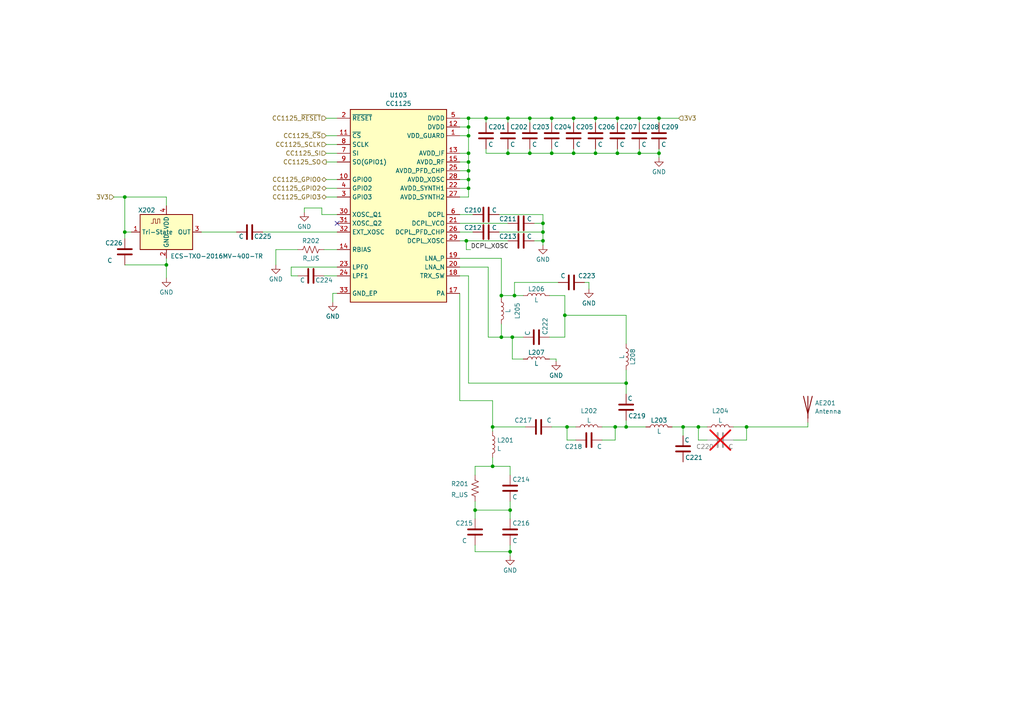
<source format=kicad_sch>
(kicad_sch (version 20230121) (generator eeschema)

  (uuid d221dcc4-3d89-4d33-81d5-2ecf26651364)

  (paper "A4")

  (lib_symbols
    (symbol "Device:Antenna" (pin_numbers hide) (pin_names (offset 1.016) hide) (in_bom yes) (on_board yes)
      (property "Reference" "AE" (at -1.905 1.905 0)
        (effects (font (size 1.27 1.27)) (justify right))
      )
      (property "Value" "Antenna" (at -1.905 0 0)
        (effects (font (size 1.27 1.27)) (justify right))
      )
      (property "Footprint" "" (at 0 0 0)
        (effects (font (size 1.27 1.27)) hide)
      )
      (property "Datasheet" "~" (at 0 0 0)
        (effects (font (size 1.27 1.27)) hide)
      )
      (property "ki_keywords" "antenna" (at 0 0 0)
        (effects (font (size 1.27 1.27)) hide)
      )
      (property "ki_description" "Antenna" (at 0 0 0)
        (effects (font (size 1.27 1.27)) hide)
      )
      (symbol "Antenna_0_1"
        (polyline
          (pts
            (xy 0 2.54)
            (xy 0 -3.81)
          )
          (stroke (width 0.254) (type default))
          (fill (type none))
        )
        (polyline
          (pts
            (xy 1.27 2.54)
            (xy 0 -2.54)
            (xy -1.27 2.54)
          )
          (stroke (width 0.254) (type default))
          (fill (type none))
        )
      )
      (symbol "Antenna_1_1"
        (pin input line (at 0 -5.08 90) (length 2.54)
          (name "A" (effects (font (size 1.27 1.27))))
          (number "1" (effects (font (size 1.27 1.27))))
        )
      )
    )
    (symbol "Device:C" (pin_numbers hide) (pin_names (offset 0.254)) (in_bom yes) (on_board yes)
      (property "Reference" "C" (at 0.635 2.54 0)
        (effects (font (size 1.27 1.27)) (justify left))
      )
      (property "Value" "C" (at 0.635 -2.54 0)
        (effects (font (size 1.27 1.27)) (justify left))
      )
      (property "Footprint" "" (at 0.9652 -3.81 0)
        (effects (font (size 1.27 1.27)) hide)
      )
      (property "Datasheet" "~" (at 0 0 0)
        (effects (font (size 1.27 1.27)) hide)
      )
      (property "ki_keywords" "cap capacitor" (at 0 0 0)
        (effects (font (size 1.27 1.27)) hide)
      )
      (property "ki_description" "Unpolarized capacitor" (at 0 0 0)
        (effects (font (size 1.27 1.27)) hide)
      )
      (property "ki_fp_filters" "C_*" (at 0 0 0)
        (effects (font (size 1.27 1.27)) hide)
      )
      (symbol "C_0_1"
        (polyline
          (pts
            (xy -2.032 -0.762)
            (xy 2.032 -0.762)
          )
          (stroke (width 0.508) (type default))
          (fill (type none))
        )
        (polyline
          (pts
            (xy -2.032 0.762)
            (xy 2.032 0.762)
          )
          (stroke (width 0.508) (type default))
          (fill (type none))
        )
      )
      (symbol "C_1_1"
        (pin passive line (at 0 3.81 270) (length 2.794)
          (name "~" (effects (font (size 1.27 1.27))))
          (number "1" (effects (font (size 1.27 1.27))))
        )
        (pin passive line (at 0 -3.81 90) (length 2.794)
          (name "~" (effects (font (size 1.27 1.27))))
          (number "2" (effects (font (size 1.27 1.27))))
        )
      )
    )
    (symbol "Device:L" (pin_numbers hide) (pin_names (offset 1.016) hide) (in_bom yes) (on_board yes)
      (property "Reference" "L" (at -1.27 0 90)
        (effects (font (size 1.27 1.27)))
      )
      (property "Value" "L" (at 1.905 0 90)
        (effects (font (size 1.27 1.27)))
      )
      (property "Footprint" "" (at 0 0 0)
        (effects (font (size 1.27 1.27)) hide)
      )
      (property "Datasheet" "~" (at 0 0 0)
        (effects (font (size 1.27 1.27)) hide)
      )
      (property "ki_keywords" "inductor choke coil reactor magnetic" (at 0 0 0)
        (effects (font (size 1.27 1.27)) hide)
      )
      (property "ki_description" "Inductor" (at 0 0 0)
        (effects (font (size 1.27 1.27)) hide)
      )
      (property "ki_fp_filters" "Choke_* *Coil* Inductor_* L_*" (at 0 0 0)
        (effects (font (size 1.27 1.27)) hide)
      )
      (symbol "L_0_1"
        (arc (start 0 -2.54) (mid 0.6323 -1.905) (end 0 -1.27)
          (stroke (width 0) (type default))
          (fill (type none))
        )
        (arc (start 0 -1.27) (mid 0.6323 -0.635) (end 0 0)
          (stroke (width 0) (type default))
          (fill (type none))
        )
        (arc (start 0 0) (mid 0.6323 0.635) (end 0 1.27)
          (stroke (width 0) (type default))
          (fill (type none))
        )
        (arc (start 0 1.27) (mid 0.6323 1.905) (end 0 2.54)
          (stroke (width 0) (type default))
          (fill (type none))
        )
      )
      (symbol "L_1_1"
        (pin passive line (at 0 3.81 270) (length 1.27)
          (name "1" (effects (font (size 1.27 1.27))))
          (number "1" (effects (font (size 1.27 1.27))))
        )
        (pin passive line (at 0 -3.81 90) (length 1.27)
          (name "2" (effects (font (size 1.27 1.27))))
          (number "2" (effects (font (size 1.27 1.27))))
        )
      )
    )
    (symbol "Device:R_US" (pin_numbers hide) (pin_names (offset 0)) (in_bom yes) (on_board yes)
      (property "Reference" "R" (at 2.54 0 90)
        (effects (font (size 1.27 1.27)))
      )
      (property "Value" "R_US" (at -2.54 0 90)
        (effects (font (size 1.27 1.27)))
      )
      (property "Footprint" "" (at 1.016 -0.254 90)
        (effects (font (size 1.27 1.27)) hide)
      )
      (property "Datasheet" "~" (at 0 0 0)
        (effects (font (size 1.27 1.27)) hide)
      )
      (property "ki_keywords" "R res resistor" (at 0 0 0)
        (effects (font (size 1.27 1.27)) hide)
      )
      (property "ki_description" "Resistor, US symbol" (at 0 0 0)
        (effects (font (size 1.27 1.27)) hide)
      )
      (property "ki_fp_filters" "R_*" (at 0 0 0)
        (effects (font (size 1.27 1.27)) hide)
      )
      (symbol "R_US_0_1"
        (polyline
          (pts
            (xy 0 -2.286)
            (xy 0 -2.54)
          )
          (stroke (width 0) (type default))
          (fill (type none))
        )
        (polyline
          (pts
            (xy 0 2.286)
            (xy 0 2.54)
          )
          (stroke (width 0) (type default))
          (fill (type none))
        )
        (polyline
          (pts
            (xy 0 -0.762)
            (xy 1.016 -1.143)
            (xy 0 -1.524)
            (xy -1.016 -1.905)
            (xy 0 -2.286)
          )
          (stroke (width 0) (type default))
          (fill (type none))
        )
        (polyline
          (pts
            (xy 0 0.762)
            (xy 1.016 0.381)
            (xy 0 0)
            (xy -1.016 -0.381)
            (xy 0 -0.762)
          )
          (stroke (width 0) (type default))
          (fill (type none))
        )
        (polyline
          (pts
            (xy 0 2.286)
            (xy 1.016 1.905)
            (xy 0 1.524)
            (xy -1.016 1.143)
            (xy 0 0.762)
          )
          (stroke (width 0) (type default))
          (fill (type none))
        )
      )
      (symbol "R_US_1_1"
        (pin passive line (at 0 3.81 270) (length 1.27)
          (name "~" (effects (font (size 1.27 1.27))))
          (number "1" (effects (font (size 1.27 1.27))))
        )
        (pin passive line (at 0 -3.81 90) (length 1.27)
          (name "~" (effects (font (size 1.27 1.27))))
          (number "2" (effects (font (size 1.27 1.27))))
        )
      )
    )
    (symbol "Oscillator:ECS-2520MV-xxx-xx" (in_bom yes) (on_board yes)
      (property "Reference" "X" (at -5.08 6.35 0)
        (effects (font (size 1.27 1.27)) (justify left))
      )
      (property "Value" "ECS-2520MV-xxx-xx" (at 1.27 -6.35 0)
        (effects (font (size 1.27 1.27)) (justify left))
      )
      (property "Footprint" "Oscillator:Oscillator_SMD_ECS_2520MV-xxx-xx-4Pin_2.5x2.0mm" (at 11.43 -8.89 0)
        (effects (font (size 1.27 1.27)) hide)
      )
      (property "Datasheet" "https://www.ecsxtal.com/store/pdf/ECS-2520MV.pdf" (at -4.445 3.175 0)
        (effects (font (size 1.27 1.27)) hide)
      )
      (property "ki_keywords" "Crystal Clock Oscillator ECS SMD" (at 0 0 0)
        (effects (font (size 1.27 1.27)) hide)
      )
      (property "ki_description" "HCMOS Crystal Clock Oscillator, 2.5x2.0 mm SMD" (at 0 0 0)
        (effects (font (size 1.27 1.27)) hide)
      )
      (property "ki_fp_filters" "Oscillator*SMD*ECS*2520MV*2.5x2.0mm*" (at 0 0 0)
        (effects (font (size 1.27 1.27)) hide)
      )
      (symbol "ECS-2520MV-xxx-xx_0_1"
        (rectangle (start -7.62 5.08) (end 7.62 -5.08)
          (stroke (width 0.254) (type default))
          (fill (type background))
        )
        (polyline
          (pts
            (xy -4.445 2.54)
            (xy -3.81 2.54)
            (xy -3.81 3.81)
            (xy -3.175 3.81)
            (xy -3.175 2.54)
            (xy -2.54 2.54)
            (xy -2.54 3.81)
            (xy -1.905 3.81)
            (xy -1.905 2.54)
          )
          (stroke (width 0) (type default))
          (fill (type none))
        )
      )
      (symbol "ECS-2520MV-xxx-xx_1_1"
        (pin input line (at -10.16 0 0) (length 2.54)
          (name "Tri-State" (effects (font (size 1.27 1.27))))
          (number "1" (effects (font (size 1.27 1.27))))
        )
        (pin power_in line (at 0 -7.62 90) (length 2.54)
          (name "GND" (effects (font (size 1.27 1.27))))
          (number "2" (effects (font (size 1.27 1.27))))
        )
        (pin output line (at 10.16 0 180) (length 2.54)
          (name "OUT" (effects (font (size 1.27 1.27))))
          (number "3" (effects (font (size 1.27 1.27))))
        )
        (pin power_in line (at 0 7.62 270) (length 2.54)
          (name "VDD" (effects (font (size 1.27 1.27))))
          (number "4" (effects (font (size 1.27 1.27))))
        )
      )
    )
    (symbol "RF_Transceivers_Texas:CC1125" (in_bom yes) (on_board yes)
      (property "Reference" "U" (at -12.7 30.48 0)
        (effects (font (size 1.27 1.27)))
      )
      (property "Value" "CC1125" (at 10.16 -30.48 0)
        (effects (font (size 1.27 1.27)))
      )
      (property "Footprint" "Package_DFN_QFN:VQFN-32-1EP_5x5mm_P0.5mm_EP3.5x3.5mm_ThermalVias" (at 0 0 0)
        (effects (font (size 1.27 1.27)) hide)
      )
      (property "Datasheet" "https://www.ti.com/lit/ds/symlink/cc1125.pdf" (at 0 0 0)
        (effects (font (size 1.27 1.27)) hide)
      )
      (property "ki_keywords" "Ultra Narrowband RF Transceiver RF TX" (at 0 0 0)
        (effects (font (size 1.27 1.27)) hide)
      )
      (property "ki_description" "Ultra-High Performance RF Narrowband Transceiver" (at 0 0 0)
        (effects (font (size 1.27 1.27)) hide)
      )
      (symbol "CC1125_0_1"
        (rectangle (start -13.97 27.94) (end 13.97 -27.94)
          (stroke (width 0.254) (type default))
          (fill (type background))
        )
      )
      (symbol "CC1125_1_1"
        (pin power_in line (at 17.78 20.32 180) (length 3.81)
          (name "VDD_GUARD" (effects (font (size 1.27 1.27))))
          (number "1" (effects (font (size 1.27 1.27))))
        )
        (pin bidirectional line (at -17.78 7.62 0) (length 3.81)
          (name "GPIO0" (effects (font (size 1.27 1.27))))
          (number "10" (effects (font (size 1.27 1.27))))
        )
        (pin input line (at -17.78 20.32 0) (length 3.81)
          (name "~{CS}" (effects (font (size 1.27 1.27))))
          (number "11" (effects (font (size 1.27 1.27))))
        )
        (pin power_in line (at 17.78 22.86 180) (length 3.81)
          (name "DVDD" (effects (font (size 1.27 1.27))))
          (number "12" (effects (font (size 1.27 1.27))))
        )
        (pin power_in line (at 17.78 15.24 180) (length 3.81)
          (name "AVDD_IF" (effects (font (size 1.27 1.27))))
          (number "13" (effects (font (size 1.27 1.27))))
        )
        (pin passive line (at -17.78 -12.7 0) (length 3.81)
          (name "RBIAS" (effects (font (size 1.27 1.27))))
          (number "14" (effects (font (size 1.27 1.27))))
        )
        (pin power_in line (at 17.78 12.7 180) (length 3.81)
          (name "AVDD_RF" (effects (font (size 1.27 1.27))))
          (number "15" (effects (font (size 1.27 1.27))))
        )
        (pin passive line (at 17.78 -25.4 180) (length 3.81)
          (name "PA" (effects (font (size 1.27 1.27))))
          (number "17" (effects (font (size 1.27 1.27))))
        )
        (pin passive line (at 17.78 -20.32 180) (length 3.81)
          (name "TRX_SW" (effects (font (size 1.27 1.27))))
          (number "18" (effects (font (size 1.27 1.27))))
        )
        (pin passive line (at 17.78 -15.24 180) (length 3.81)
          (name "LNA_P" (effects (font (size 1.27 1.27))))
          (number "19" (effects (font (size 1.27 1.27))))
        )
        (pin input line (at -17.78 25.4 0) (length 3.81)
          (name "~{RESET}" (effects (font (size 1.27 1.27))))
          (number "2" (effects (font (size 1.27 1.27))))
        )
        (pin passive line (at 17.78 -17.78 180) (length 3.81)
          (name "LNA_N" (effects (font (size 1.27 1.27))))
          (number "20" (effects (font (size 1.27 1.27))))
        )
        (pin power_out line (at 17.78 -5.08 180) (length 3.81)
          (name "DCPL_VCO" (effects (font (size 1.27 1.27))))
          (number "21" (effects (font (size 1.27 1.27))))
        )
        (pin power_in line (at 17.78 5.08 180) (length 3.81)
          (name "AVDD_SYNTH1" (effects (font (size 1.27 1.27))))
          (number "22" (effects (font (size 1.27 1.27))))
        )
        (pin passive line (at -17.78 -17.78 0) (length 3.81)
          (name "LPF0" (effects (font (size 1.27 1.27))))
          (number "23" (effects (font (size 1.27 1.27))))
        )
        (pin passive line (at -17.78 -20.32 0) (length 3.81)
          (name "LPF1" (effects (font (size 1.27 1.27))))
          (number "24" (effects (font (size 1.27 1.27))))
        )
        (pin power_in line (at 17.78 10.16 180) (length 3.81)
          (name "AVDD_PFD_CHP" (effects (font (size 1.27 1.27))))
          (number "25" (effects (font (size 1.27 1.27))))
        )
        (pin power_out line (at 17.78 -7.62 180) (length 3.81)
          (name "DCPL_PFD_CHP" (effects (font (size 1.27 1.27))))
          (number "26" (effects (font (size 1.27 1.27))))
        )
        (pin power_in line (at 17.78 2.54 180) (length 3.81)
          (name "AVDD_SYNTH2" (effects (font (size 1.27 1.27))))
          (number "27" (effects (font (size 1.27 1.27))))
        )
        (pin power_in line (at 17.78 7.62 180) (length 3.81)
          (name "AVDD_XOSC" (effects (font (size 1.27 1.27))))
          (number "28" (effects (font (size 1.27 1.27))))
        )
        (pin power_out line (at 17.78 -10.16 180) (length 3.81)
          (name "DCPL_XOSC" (effects (font (size 1.27 1.27))))
          (number "29" (effects (font (size 1.27 1.27))))
        )
        (pin bidirectional line (at -17.78 2.54 0) (length 3.81)
          (name "GPIO3" (effects (font (size 1.27 1.27))))
          (number "3" (effects (font (size 1.27 1.27))))
        )
        (pin passive line (at -17.78 -2.54 0) (length 3.81)
          (name "XOSC_Q1" (effects (font (size 1.27 1.27))))
          (number "30" (effects (font (size 1.27 1.27))))
        )
        (pin passive line (at -17.78 -5.08 0) (length 3.81)
          (name "XOSC_Q2" (effects (font (size 1.27 1.27))))
          (number "31" (effects (font (size 1.27 1.27))))
        )
        (pin input line (at -17.78 -7.62 0) (length 3.81)
          (name "EXT_XOSC" (effects (font (size 1.27 1.27))))
          (number "32" (effects (font (size 1.27 1.27))))
        )
        (pin power_in line (at -17.78 -25.4 0) (length 3.81)
          (name "GND_EP" (effects (font (size 1.27 1.27))))
          (number "33" (effects (font (size 1.27 1.27))))
        )
        (pin bidirectional line (at -17.78 5.08 0) (length 3.81)
          (name "GPIO2" (effects (font (size 1.27 1.27))))
          (number "4" (effects (font (size 1.27 1.27))))
        )
        (pin power_in line (at 17.78 25.4 180) (length 3.81)
          (name "DVDD" (effects (font (size 1.27 1.27))))
          (number "5" (effects (font (size 1.27 1.27))))
        )
        (pin power_out line (at 17.78 -2.54 180) (length 3.81)
          (name "DCPL" (effects (font (size 1.27 1.27))))
          (number "6" (effects (font (size 1.27 1.27))))
        )
        (pin input line (at -17.78 15.24 0) (length 3.81)
          (name "SI" (effects (font (size 1.27 1.27))))
          (number "7" (effects (font (size 1.27 1.27))))
        )
        (pin input line (at -17.78 17.78 0) (length 3.81)
          (name "SCLK" (effects (font (size 1.27 1.27))))
          (number "8" (effects (font (size 1.27 1.27))))
        )
        (pin bidirectional line (at -17.78 12.7 0) (length 3.81)
          (name "SO(GPIO1)" (effects (font (size 1.27 1.27))))
          (number "9" (effects (font (size 1.27 1.27))))
        )
      )
    )
    (symbol "power:GND" (power) (pin_names (offset 0)) (in_bom yes) (on_board yes)
      (property "Reference" "#PWR" (at 0 -6.35 0)
        (effects (font (size 1.27 1.27)) hide)
      )
      (property "Value" "GND" (at 0 -3.81 0)
        (effects (font (size 1.27 1.27)))
      )
      (property "Footprint" "" (at 0 0 0)
        (effects (font (size 1.27 1.27)) hide)
      )
      (property "Datasheet" "" (at 0 0 0)
        (effects (font (size 1.27 1.27)) hide)
      )
      (property "ki_keywords" "global power" (at 0 0 0)
        (effects (font (size 1.27 1.27)) hide)
      )
      (property "ki_description" "Power symbol creates a global label with name \"GND\" , ground" (at 0 0 0)
        (effects (font (size 1.27 1.27)) hide)
      )
      (symbol "GND_0_1"
        (polyline
          (pts
            (xy 0 0)
            (xy 0 -1.27)
            (xy 1.27 -1.27)
            (xy 0 -2.54)
            (xy -1.27 -1.27)
            (xy 0 -1.27)
          )
          (stroke (width 0) (type default))
          (fill (type none))
        )
      )
      (symbol "GND_1_1"
        (pin power_in line (at 0 0 270) (length 0) hide
          (name "GND" (effects (font (size 1.27 1.27))))
          (number "1" (effects (font (size 1.27 1.27))))
        )
      )
    )
  )

  (junction (at 147.32 44.45) (diameter 0) (color 0 0 0 0)
    (uuid 02145292-3181-45c8-a2af-b228660c72ee)
  )
  (junction (at 137.795 147.955) (diameter 0) (color 0 0 0 0)
    (uuid 064e35d6-61b5-4de9-8f72-08f8b52d89d7)
  )
  (junction (at 216.535 123.825) (diameter 0) (color 0 0 0 0)
    (uuid 11ca9dec-b940-4798-90d0-5effdd5fd2cf)
  )
  (junction (at 157.48 67.31) (diameter 0) (color 0 0 0 0)
    (uuid 1734aef8-34ac-46bd-8837-a64888f76a94)
  )
  (junction (at 135.89 52.07) (diameter 0) (color 0 0 0 0)
    (uuid 1d02bfe1-51cf-49e4-a5c0-0f51f840fa9e)
  )
  (junction (at 166.37 44.45) (diameter 0) (color 0 0 0 0)
    (uuid 1d99e3f9-13f2-4853-b74b-ee13d452b493)
  )
  (junction (at 153.67 34.29) (diameter 0) (color 0 0 0 0)
    (uuid 20844a10-a313-4046-9098-999208473c26)
  )
  (junction (at 157.48 64.77) (diameter 0) (color 0 0 0 0)
    (uuid 2905a338-6c3a-4bde-85ed-aa3618ad8d6f)
  )
  (junction (at 36.195 67.31) (diameter 0) (color 0 0 0 0)
    (uuid 2cffd1b0-4a84-44d4-9a50-f4b63f20f48a)
  )
  (junction (at 135.255 69.85) (diameter 0) (color 0 0 0 0)
    (uuid 2ef2f452-64ba-4db1-bdad-321416840b35)
  )
  (junction (at 147.32 34.29) (diameter 0) (color 0 0 0 0)
    (uuid 311e625d-e36e-419d-99e2-0271c3f678d8)
  )
  (junction (at 179.07 44.45) (diameter 0) (color 0 0 0 0)
    (uuid 3141489e-3c37-444f-982c-494de2070ea8)
  )
  (junction (at 135.89 36.83) (diameter 0) (color 0 0 0 0)
    (uuid 36a1b8f4-f6cd-4a18-92d0-5fa5c5c8f501)
  )
  (junction (at 142.875 123.825) (diameter 0) (color 0 0 0 0)
    (uuid 37a39e09-ccdd-405d-8bbe-bf8b093b74b2)
  )
  (junction (at 153.67 44.45) (diameter 0) (color 0 0 0 0)
    (uuid 38d1fc71-019a-460d-a5f9-9ae3410aea58)
  )
  (junction (at 172.72 34.29) (diameter 0) (color 0 0 0 0)
    (uuid 422fc3d2-895a-4398-94e3-db10dd30c5d4)
  )
  (junction (at 135.89 49.53) (diameter 0) (color 0 0 0 0)
    (uuid 4846caa6-ad11-4a08-85cf-ae4e2438741b)
  )
  (junction (at 179.07 34.29) (diameter 0) (color 0 0 0 0)
    (uuid 4b87c7bc-babd-4785-9daf-a49f301ee2f9)
  )
  (junction (at 135.89 34.29) (diameter 0) (color 0 0 0 0)
    (uuid 4ca1989e-d715-4dd6-aefa-2cf4a6adf521)
  )
  (junction (at 160.02 34.29) (diameter 0) (color 0 0 0 0)
    (uuid 53665b0e-fde2-4e39-aacb-c86206563c53)
  )
  (junction (at 181.61 123.825) (diameter 0) (color 0 0 0 0)
    (uuid 553d9176-7553-4628-baf8-4e6d47525c85)
  )
  (junction (at 48.26 76.835) (diameter 0) (color 0 0 0 0)
    (uuid 571340fb-e08f-4c69-8bb4-283c501aca8a)
  )
  (junction (at 36.195 57.15) (diameter 0) (color 0 0 0 0)
    (uuid 793df212-792f-4d4e-b5cc-809cb6fa2792)
  )
  (junction (at 198.12 123.825) (diameter 0) (color 0 0 0 0)
    (uuid 79665cfe-da49-4ff5-812f-7abce26a52b5)
  )
  (junction (at 135.89 44.45) (diameter 0) (color 0 0 0 0)
    (uuid 7a1a2f76-11d4-4e87-bed8-2311964f83d4)
  )
  (junction (at 191.135 44.45) (diameter 0) (color 0 0 0 0)
    (uuid 7fb3b990-3b04-41ff-a5cd-d694dd408aa7)
  )
  (junction (at 135.89 39.37) (diameter 0) (color 0 0 0 0)
    (uuid 82f94f58-685a-4f1f-82d0-ed4915b77068)
  )
  (junction (at 160.02 44.45) (diameter 0) (color 0 0 0 0)
    (uuid 8389dae1-2cec-40c8-86b5-8096dd142bb5)
  )
  (junction (at 145.415 97.79) (diameter 0) (color 0 0 0 0)
    (uuid 88f850eb-eb4c-4015-b8bd-3dfad7dea3e7)
  )
  (junction (at 145.415 85.725) (diameter 0) (color 0 0 0 0)
    (uuid 8d76dd38-b2b5-4594-b15a-17c8d4b6355b)
  )
  (junction (at 163.83 91.44) (diameter 0) (color 0 0 0 0)
    (uuid 94ed7178-94c6-45ff-8fd5-59b8ae53c1ab)
  )
  (junction (at 185.42 44.45) (diameter 0) (color 0 0 0 0)
    (uuid 95214768-2220-4732-8a26-5b5b4ef8fc0b)
  )
  (junction (at 135.89 46.99) (diameter 0) (color 0 0 0 0)
    (uuid 9692fed0-b189-47a1-89fb-d961ecc96853)
  )
  (junction (at 166.37 34.29) (diameter 0) (color 0 0 0 0)
    (uuid 9f77711b-8094-4b63-9508-793f98e7706d)
  )
  (junction (at 142.875 135.255) (diameter 0) (color 0 0 0 0)
    (uuid b1134b31-51fb-4523-9661-6f4a71be6bec)
  )
  (junction (at 178.435 123.825) (diameter 0) (color 0 0 0 0)
    (uuid b2c112bc-d1f8-4d35-9ecf-2ec6acbf37fc)
  )
  (junction (at 172.72 44.45) (diameter 0) (color 0 0 0 0)
    (uuid b67b5d14-43f5-45a8-9701-a9e596e3d006)
  )
  (junction (at 164.465 123.825) (diameter 0) (color 0 0 0 0)
    (uuid b7992f7b-3594-4f3b-9498-d1bd5ed172e9)
  )
  (junction (at 185.42 34.29) (diameter 0) (color 0 0 0 0)
    (uuid b968af73-df1a-45a7-950a-7bd7576448e4)
  )
  (junction (at 191.135 34.29) (diameter 0) (color 0 0 0 0)
    (uuid c51813d1-c91e-4fe6-84fe-a44e43f5b0f5)
  )
  (junction (at 148.59 97.79) (diameter 0) (color 0 0 0 0)
    (uuid c9e94850-0e84-4192-a898-b97aaef79c90)
  )
  (junction (at 149.225 85.725) (diameter 0) (color 0 0 0 0)
    (uuid cabfb186-3ca0-4f08-b442-1dbf851e5628)
  )
  (junction (at 181.61 111.125) (diameter 0) (color 0 0 0 0)
    (uuid d3cc0c04-3de4-4a4a-8037-1dbe9d3a0200)
  )
  (junction (at 157.48 69.85) (diameter 0) (color 0 0 0 0)
    (uuid db3f81e2-e989-4796-9987-0c552efc4510)
  )
  (junction (at 202.565 123.825) (diameter 0) (color 0 0 0 0)
    (uuid e6ed888d-aaa4-47b5-ab7e-6d9abf6058eb)
  )
  (junction (at 140.97 34.29) (diameter 0) (color 0 0 0 0)
    (uuid f614ef9f-b6c9-4d85-87c0-714912268068)
  )
  (junction (at 135.89 54.61) (diameter 0) (color 0 0 0 0)
    (uuid f7257341-a0d0-4887-8b72-2099438cbc5d)
  )
  (junction (at 147.955 147.955) (diameter 0) (color 0 0 0 0)
    (uuid f8a4b528-530a-4093-b43d-a54df4e65d81)
  )
  (junction (at 147.955 160.02) (diameter 0) (color 0 0 0 0)
    (uuid ff7856d1-7759-4a1e-b1e1-58dfd6126464)
  )

  (no_connect (at 97.79 64.77) (uuid af1108a0-842e-4ec6-bbaf-a5ec66a4a77c))

  (wire (pts (xy 93.345 60.325) (xy 93.345 62.23))
    (stroke (width 0) (type default))
    (uuid 01900aff-f157-4b5e-92ba-a60f77ae2f46)
  )
  (wire (pts (xy 135.89 52.07) (xy 133.35 52.07))
    (stroke (width 0) (type default))
    (uuid 026ee25f-f0bb-4956-9cdd-5ffe85bf71dd)
  )
  (wire (pts (xy 164.465 123.825) (xy 164.465 127.635))
    (stroke (width 0) (type default))
    (uuid 05683c77-1eef-4765-9470-2f5d7a279e1a)
  )
  (wire (pts (xy 33.02 57.15) (xy 36.195 57.15))
    (stroke (width 0) (type default))
    (uuid 059e288b-72b3-4250-af2e-176efc345a35)
  )
  (wire (pts (xy 76.2 67.31) (xy 97.79 67.31))
    (stroke (width 0) (type default))
    (uuid 0628f2f2-8e5d-4e78-8748-93e8c6a16112)
  )
  (wire (pts (xy 137.795 145.415) (xy 137.795 147.955))
    (stroke (width 0) (type default))
    (uuid 08138aee-65a3-496d-b79c-5a89859ff2b2)
  )
  (wire (pts (xy 178.435 123.825) (xy 174.625 123.825))
    (stroke (width 0) (type default))
    (uuid 0b5b79ba-961a-499d-86f2-68eea725bd30)
  )
  (wire (pts (xy 94.615 54.61) (xy 97.79 54.61))
    (stroke (width 0) (type default))
    (uuid 0b7a27e8-f703-4c50-9940-2e0c76045f68)
  )
  (wire (pts (xy 133.35 39.37) (xy 135.89 39.37))
    (stroke (width 0) (type default))
    (uuid 0c26ad3b-7008-4b49-a39d-3c1bbe99703e)
  )
  (wire (pts (xy 153.67 44.45) (xy 153.67 43.18))
    (stroke (width 0) (type default))
    (uuid 0c77cb00-c869-4bee-8d73-f4adbb864fc5)
  )
  (wire (pts (xy 144.78 67.31) (xy 157.48 67.31))
    (stroke (width 0) (type default))
    (uuid 0ee63a35-56e5-4a78-b5f4-7dbf7c43db9a)
  )
  (wire (pts (xy 153.67 35.56) (xy 153.67 34.29))
    (stroke (width 0) (type default))
    (uuid 0fc371bf-cd05-4664-9902-e831a8e0741b)
  )
  (wire (pts (xy 157.48 69.85) (xy 154.94 69.85))
    (stroke (width 0) (type default))
    (uuid 116de7b3-576a-48aa-9f2f-d4202e1204ab)
  )
  (wire (pts (xy 157.48 64.77) (xy 154.94 64.77))
    (stroke (width 0) (type default))
    (uuid 13e31517-a746-49bf-b7d0-a4d089e648eb)
  )
  (wire (pts (xy 88.265 61.595) (xy 88.265 60.325))
    (stroke (width 0) (type default))
    (uuid 1660c297-969e-44b2-9879-159cc72a2aab)
  )
  (wire (pts (xy 147.955 147.955) (xy 147.955 150.495))
    (stroke (width 0) (type default))
    (uuid 18413242-cded-4493-8a9b-2e454e0a888a)
  )
  (wire (pts (xy 137.795 160.02) (xy 147.955 160.02))
    (stroke (width 0) (type default))
    (uuid 18992b9d-833a-4904-99e2-8fa15f2f10a6)
  )
  (wire (pts (xy 36.195 57.15) (xy 48.26 57.15))
    (stroke (width 0) (type default))
    (uuid 1a93028f-32c8-4931-bd08-1014ff3e3283)
  )
  (wire (pts (xy 135.89 80.01) (xy 133.35 80.01))
    (stroke (width 0) (type default))
    (uuid 1b35e901-4e9a-427a-ae98-2e418125bd7f)
  )
  (wire (pts (xy 36.195 76.835) (xy 48.26 76.835))
    (stroke (width 0) (type default))
    (uuid 1d0ac9c1-082c-4177-803b-a58b43a1b33f)
  )
  (wire (pts (xy 36.195 57.15) (xy 36.195 67.31))
    (stroke (width 0) (type default))
    (uuid 1dd35490-c1d0-4e92-87a6-2dd086df69c0)
  )
  (wire (pts (xy 153.67 44.45) (xy 160.02 44.45))
    (stroke (width 0) (type default))
    (uuid 1e671b09-2a42-4043-bc65-ebdd20c6eda3)
  )
  (wire (pts (xy 164.465 127.635) (xy 167.005 127.635))
    (stroke (width 0) (type default))
    (uuid 220e7168-2d21-4242-b6f8-7eff4dd97d88)
  )
  (wire (pts (xy 174.625 127.635) (xy 178.435 127.635))
    (stroke (width 0) (type default))
    (uuid 22a544ea-fe52-46bd-ad6c-b51f30a4b205)
  )
  (wire (pts (xy 135.89 44.45) (xy 133.35 44.45))
    (stroke (width 0) (type default))
    (uuid 22aeaed1-83e6-4a26-b84e-6bea6534b9ba)
  )
  (wire (pts (xy 135.89 111.125) (xy 135.89 80.01))
    (stroke (width 0) (type default))
    (uuid 22c97a67-3473-4713-94a1-855c90d91a17)
  )
  (wire (pts (xy 144.78 62.23) (xy 157.48 62.23))
    (stroke (width 0) (type default))
    (uuid 2602815d-a79a-4858-b029-5aa71a47ad71)
  )
  (wire (pts (xy 198.12 123.825) (xy 198.12 126.365))
    (stroke (width 0) (type default))
    (uuid 2781d405-d8e1-486e-a05a-de368b6a4076)
  )
  (wire (pts (xy 94.615 41.91) (xy 97.79 41.91))
    (stroke (width 0) (type default))
    (uuid 28919788-5e6c-4c5b-88fb-6c1c916bffa5)
  )
  (wire (pts (xy 94.615 44.45) (xy 97.79 44.45))
    (stroke (width 0) (type default))
    (uuid 2904c5af-e642-4eac-9004-24bc7fa9bd18)
  )
  (wire (pts (xy 202.565 127.635) (xy 205.105 127.635))
    (stroke (width 0) (type default))
    (uuid 2910ee99-7995-42f5-96fd-363e5a266e54)
  )
  (wire (pts (xy 135.89 49.53) (xy 135.89 52.07))
    (stroke (width 0) (type default))
    (uuid 2cf715cc-2693-45f9-8218-afbbb0729aee)
  )
  (wire (pts (xy 147.32 44.45) (xy 153.67 44.45))
    (stroke (width 0) (type default))
    (uuid 33ab0b60-ece4-42ef-88c1-442f7a6b0b9a)
  )
  (wire (pts (xy 135.89 54.61) (xy 133.35 54.61))
    (stroke (width 0) (type default))
    (uuid 36193c82-faf8-417c-b38f-b3dfe26e6f80)
  )
  (wire (pts (xy 149.225 85.725) (xy 151.765 85.725))
    (stroke (width 0) (type default))
    (uuid 367aa4f5-cf6a-4823-9389-22aa3db17872)
  )
  (wire (pts (xy 161.29 104.14) (xy 161.29 104.775))
    (stroke (width 0) (type default))
    (uuid 373cb34c-c894-481e-97b0-df419a05de37)
  )
  (wire (pts (xy 157.48 62.23) (xy 157.48 64.77))
    (stroke (width 0) (type default))
    (uuid 37b9f5e4-b3b9-4e7b-a3a7-a6b5192dec3d)
  )
  (wire (pts (xy 148.59 104.14) (xy 151.765 104.14))
    (stroke (width 0) (type default))
    (uuid 38ac800a-87cb-484e-9220-b3d85890c7a9)
  )
  (wire (pts (xy 185.42 44.45) (xy 191.135 44.45))
    (stroke (width 0) (type default))
    (uuid 3979218e-5eed-4729-87c6-ba84abfaa944)
  )
  (wire (pts (xy 166.37 34.29) (xy 160.02 34.29))
    (stroke (width 0) (type default))
    (uuid 3c7d049b-c69f-4ba8-a79c-47e33913ba12)
  )
  (wire (pts (xy 142.875 123.825) (xy 142.875 125.095))
    (stroke (width 0) (type default))
    (uuid 3ccf356a-c439-4faf-9ac1-f62a24f49873)
  )
  (wire (pts (xy 148.59 97.79) (xy 148.59 104.14))
    (stroke (width 0) (type default))
    (uuid 42047736-b916-4435-a4fa-30e3e5adf639)
  )
  (wire (pts (xy 142.875 123.825) (xy 152.4 123.825))
    (stroke (width 0) (type default))
    (uuid 4238fd0e-f528-45b8-850e-4c80c6cfb4d6)
  )
  (wire (pts (xy 137.795 158.115) (xy 137.795 160.02))
    (stroke (width 0) (type default))
    (uuid 425a6da9-d37d-457c-8ad5-e7db657146bd)
  )
  (wire (pts (xy 80.01 76.835) (xy 80.01 72.39))
    (stroke (width 0) (type default))
    (uuid 425c4c09-3ca7-43d8-a3a1-e2752711c36c)
  )
  (wire (pts (xy 178.435 127.635) (xy 178.435 123.825))
    (stroke (width 0) (type default))
    (uuid 4410b6eb-ee11-4520-8158-b6a3ec9de5b9)
  )
  (wire (pts (xy 93.98 72.39) (xy 97.79 72.39))
    (stroke (width 0) (type default))
    (uuid 4550d083-65e7-4ac8-ab6b-825879aa5202)
  )
  (wire (pts (xy 147.955 147.955) (xy 147.955 145.415))
    (stroke (width 0) (type default))
    (uuid 464b7515-1485-48fa-90d6-0b85165eae76)
  )
  (wire (pts (xy 48.26 57.15) (xy 48.26 59.69))
    (stroke (width 0) (type default))
    (uuid 46e881f1-154f-4842-be68-c53db8fe1383)
  )
  (wire (pts (xy 172.72 34.29) (xy 166.37 34.29))
    (stroke (width 0) (type default))
    (uuid 49796438-da4f-4312-90a9-ed62fb22140f)
  )
  (wire (pts (xy 135.89 52.07) (xy 135.89 54.61))
    (stroke (width 0) (type default))
    (uuid 4b99e2e7-9e98-463c-a0b4-501cbfcd5377)
  )
  (wire (pts (xy 159.385 104.14) (xy 161.29 104.14))
    (stroke (width 0) (type default))
    (uuid 4bfe4f1d-30b3-4a6c-97a4-0dec721dab1e)
  )
  (wire (pts (xy 135.255 69.85) (xy 147.32 69.85))
    (stroke (width 0) (type default))
    (uuid 4c31025f-3b02-4681-9875-1c2a2a19d9e2)
  )
  (wire (pts (xy 202.565 123.825) (xy 202.565 127.635))
    (stroke (width 0) (type default))
    (uuid 4da74b0a-d90f-42aa-9e1c-49de2321139a)
  )
  (wire (pts (xy 84.455 80.01) (xy 86.36 80.01))
    (stroke (width 0) (type default))
    (uuid 4ea5921a-9755-47c2-b36d-5f717fc49176)
  )
  (wire (pts (xy 140.97 34.29) (xy 140.97 35.56))
    (stroke (width 0) (type default))
    (uuid 508ac093-b547-4f19-b134-9966b3598e48)
  )
  (wire (pts (xy 160.02 35.56) (xy 160.02 34.29))
    (stroke (width 0) (type default))
    (uuid 51835b85-2748-40c1-ab7a-592436d01e06)
  )
  (wire (pts (xy 147.955 160.02) (xy 147.955 158.115))
    (stroke (width 0) (type default))
    (uuid 51ff9a29-2cb5-4622-9f24-cfb2d0034548)
  )
  (wire (pts (xy 202.565 123.825) (xy 205.105 123.825))
    (stroke (width 0) (type default))
    (uuid 5548d1cb-04c5-4787-bf62-04a9793ec9cd)
  )
  (wire (pts (xy 141.605 77.47) (xy 141.605 97.79))
    (stroke (width 0) (type default))
    (uuid 55f6525f-bcc2-42fd-abf1-de7504806967)
  )
  (wire (pts (xy 137.795 147.955) (xy 137.795 150.495))
    (stroke (width 0) (type default))
    (uuid 55ff76a3-f156-41b3-9905-53f5aec429fe)
  )
  (wire (pts (xy 140.97 43.18) (xy 140.97 44.45))
    (stroke (width 0) (type default))
    (uuid 5716c627-d68e-4708-a608-575eb52cabeb)
  )
  (wire (pts (xy 157.48 69.85) (xy 157.48 71.12))
    (stroke (width 0) (type default))
    (uuid 59230baa-20d3-41ac-b1ec-4b5d3e454a54)
  )
  (wire (pts (xy 135.89 111.125) (xy 181.61 111.125))
    (stroke (width 0) (type default))
    (uuid 5a757b49-f127-4ec8-a643-42e6f40811d3)
  )
  (wire (pts (xy 145.415 85.725) (xy 149.225 85.725))
    (stroke (width 0) (type default))
    (uuid 5b7c861f-3ce2-4fd6-b653-5ce5a3039a93)
  )
  (wire (pts (xy 135.89 46.99) (xy 135.89 49.53))
    (stroke (width 0) (type default))
    (uuid 5d4f70d9-b294-4cd4-9e55-348d653ee862)
  )
  (wire (pts (xy 133.35 69.85) (xy 135.255 69.85))
    (stroke (width 0) (type default))
    (uuid 5d59b035-2cf9-4a4a-be34-2676b583a19b)
  )
  (wire (pts (xy 96.52 85.09) (xy 97.79 85.09))
    (stroke (width 0) (type default))
    (uuid 5fbfb9ee-ee5a-427d-bb83-37342074060a)
  )
  (wire (pts (xy 149.225 85.725) (xy 149.225 81.915))
    (stroke (width 0) (type default))
    (uuid 5ffb19dc-c6c2-44c8-a7d5-ea9d2672391a)
  )
  (wire (pts (xy 179.07 35.56) (xy 179.07 34.29))
    (stroke (width 0) (type default))
    (uuid 6004658f-daa9-442f-a62f-51b602a7b9d9)
  )
  (wire (pts (xy 93.98 80.01) (xy 97.79 80.01))
    (stroke (width 0) (type default))
    (uuid 60a1fa63-328c-4fbc-903a-c90a197d562c)
  )
  (wire (pts (xy 172.72 35.56) (xy 172.72 34.29))
    (stroke (width 0) (type default))
    (uuid 618f838a-b298-48fc-9391-8d4cd0234209)
  )
  (wire (pts (xy 142.875 135.255) (xy 147.955 135.255))
    (stroke (width 0) (type default))
    (uuid 622da1b1-ab8d-419f-a23e-949ba5e4ffe0)
  )
  (wire (pts (xy 147.32 34.29) (xy 153.67 34.29))
    (stroke (width 0) (type default))
    (uuid 6419fd59-413d-48d7-b86d-5e3062515e9a)
  )
  (wire (pts (xy 135.89 54.61) (xy 135.89 57.15))
    (stroke (width 0) (type default))
    (uuid 6642089f-be3b-4cfb-bd6a-d60bad360ff8)
  )
  (wire (pts (xy 135.89 34.29) (xy 140.97 34.29))
    (stroke (width 0) (type default))
    (uuid 67120e0c-d0fc-4d46-bdfa-b97723b4805b)
  )
  (wire (pts (xy 191.135 35.56) (xy 191.135 34.29))
    (stroke (width 0) (type default))
    (uuid 679c49d6-87d2-48cf-89de-7844ec6870cc)
  )
  (wire (pts (xy 58.42 67.31) (xy 68.58 67.31))
    (stroke (width 0) (type default))
    (uuid 684602d7-0286-4343-8fdf-fc514bfa751e)
  )
  (wire (pts (xy 141.605 77.47) (xy 133.35 77.47))
    (stroke (width 0) (type default))
    (uuid 6d638986-3cd4-4202-a998-2a6977837c77)
  )
  (wire (pts (xy 216.535 127.635) (xy 216.535 123.825))
    (stroke (width 0) (type default))
    (uuid 6e4a13fa-4183-4329-b1ad-125f5a79482c)
  )
  (wire (pts (xy 48.26 76.835) (xy 48.26 80.645))
    (stroke (width 0) (type default))
    (uuid 6f24bf0e-e8dd-4e68-807b-ea380f2332e7)
  )
  (wire (pts (xy 48.26 74.93) (xy 48.26 76.835))
    (stroke (width 0) (type default))
    (uuid 6fb10d7f-69fb-476a-8fa7-5b3545feec68)
  )
  (wire (pts (xy 94.615 34.29) (xy 97.79 34.29))
    (stroke (width 0) (type default))
    (uuid 70624a52-eaa5-4002-8b87-cb85b230ed12)
  )
  (wire (pts (xy 133.35 64.77) (xy 147.32 64.77))
    (stroke (width 0) (type default))
    (uuid 70a20659-f9af-4b36-acd8-323fe22924df)
  )
  (wire (pts (xy 194.945 123.825) (xy 198.12 123.825))
    (stroke (width 0) (type default))
    (uuid 720d0a51-2a36-4733-82ab-bb2564901875)
  )
  (wire (pts (xy 163.83 91.44) (xy 163.83 97.79))
    (stroke (width 0) (type default))
    (uuid 7647b22c-ebdc-4a5f-930e-fd8ba2e48a6f)
  )
  (wire (pts (xy 133.35 67.31) (xy 137.16 67.31))
    (stroke (width 0) (type default))
    (uuid 7809083c-a022-44ef-b59c-502b43d96679)
  )
  (wire (pts (xy 185.42 44.45) (xy 185.42 43.18))
    (stroke (width 0) (type default))
    (uuid 7960497e-bafb-4ac0-9da4-42d27d9761a3)
  )
  (wire (pts (xy 181.61 107.315) (xy 181.61 111.125))
    (stroke (width 0) (type default))
    (uuid 796f5909-3208-4a2c-8ce7-e695a64ab757)
  )
  (wire (pts (xy 36.195 67.31) (xy 36.195 69.215))
    (stroke (width 0) (type default))
    (uuid 7cd04a70-27f7-4413-82af-e308c932edd7)
  )
  (wire (pts (xy 169.545 81.915) (xy 170.815 81.915))
    (stroke (width 0) (type default))
    (uuid 819d2fa8-f529-4b52-8193-3b8c0cac0da3)
  )
  (wire (pts (xy 181.61 123.825) (xy 181.61 121.92))
    (stroke (width 0) (type default))
    (uuid 84685d82-3300-412b-a53a-b0af843a8875)
  )
  (wire (pts (xy 135.255 72.39) (xy 135.255 69.85))
    (stroke (width 0) (type default))
    (uuid 851a3bc5-78e7-49c2-b7c0-6a47fe67894c)
  )
  (wire (pts (xy 147.955 160.02) (xy 147.955 161.29))
    (stroke (width 0) (type default))
    (uuid 8577dfab-0acc-43a0-97ad-af3075b96587)
  )
  (wire (pts (xy 153.67 34.29) (xy 160.02 34.29))
    (stroke (width 0) (type default))
    (uuid 86f58120-c61f-449a-9d47-e7d1340503a5)
  )
  (wire (pts (xy 137.795 135.255) (xy 137.795 137.795))
    (stroke (width 0) (type default))
    (uuid 879c6b89-b7fd-418c-8eb9-13b25f3ab048)
  )
  (wire (pts (xy 172.72 44.45) (xy 179.07 44.45))
    (stroke (width 0) (type default))
    (uuid 89366dc4-f380-4202-ab1b-54a492c0bdab)
  )
  (wire (pts (xy 148.59 97.79) (xy 151.765 97.79))
    (stroke (width 0) (type default))
    (uuid 89e461b3-ae34-40b7-8dc0-57fcf4a69c15)
  )
  (wire (pts (xy 84.455 77.47) (xy 84.455 80.01))
    (stroke (width 0) (type default))
    (uuid 8d381ab1-ecbf-470e-aa2c-e10ced089d2a)
  )
  (wire (pts (xy 163.83 97.79) (xy 159.385 97.79))
    (stroke (width 0) (type default))
    (uuid 90f3857f-ac26-426a-a69c-b74f7ec4b465)
  )
  (wire (pts (xy 159.385 85.725) (xy 163.83 85.725))
    (stroke (width 0) (type default))
    (uuid 9219f6a0-5432-4187-b083-e8616d149d5f)
  )
  (wire (pts (xy 181.61 91.44) (xy 181.61 99.695))
    (stroke (width 0) (type default))
    (uuid 92b11165-289d-4f6a-ac8c-2d3f86eb8257)
  )
  (wire (pts (xy 179.07 44.45) (xy 185.42 44.45))
    (stroke (width 0) (type default))
    (uuid 980879f1-89f5-424c-a68f-39994a681450)
  )
  (wire (pts (xy 179.07 44.45) (xy 179.07 43.18))
    (stroke (width 0) (type default))
    (uuid 983b85c9-d4d7-46d8-9387-5098603a3ec7)
  )
  (wire (pts (xy 135.89 39.37) (xy 135.89 44.45))
    (stroke (width 0) (type default))
    (uuid 9b6cb958-d387-4353-a609-c6b57faf53b3)
  )
  (wire (pts (xy 137.795 147.955) (xy 147.955 147.955))
    (stroke (width 0) (type default))
    (uuid 9c4c0481-e43e-4c22-8727-e6c00715e9ba)
  )
  (wire (pts (xy 149.225 81.915) (xy 161.925 81.915))
    (stroke (width 0) (type default))
    (uuid 9c9f936b-c17f-419e-ae3c-9181d25ffc85)
  )
  (wire (pts (xy 147.955 137.795) (xy 147.955 135.255))
    (stroke (width 0) (type default))
    (uuid 9e749e7a-7ddd-401d-823c-46d74597ec5b)
  )
  (wire (pts (xy 172.72 44.45) (xy 172.72 43.18))
    (stroke (width 0) (type default))
    (uuid 9f90fca0-c73b-4519-b274-473fab2bf278)
  )
  (wire (pts (xy 135.89 44.45) (xy 135.89 46.99))
    (stroke (width 0) (type default))
    (uuid 9fa0f2d4-4a17-46e9-b2d5-13f16fabb851)
  )
  (wire (pts (xy 166.37 35.56) (xy 166.37 34.29))
    (stroke (width 0) (type default))
    (uuid a00e68cf-f507-4ec9-bf4c-28383068d7ae)
  )
  (wire (pts (xy 133.35 116.205) (xy 133.35 85.09))
    (stroke (width 0) (type default))
    (uuid a2308459-9734-44b2-93e6-27efa7b6ae6d)
  )
  (wire (pts (xy 97.79 77.47) (xy 84.455 77.47))
    (stroke (width 0) (type default))
    (uuid a635e72b-9098-4af4-8715-00d99f5111f3)
  )
  (wire (pts (xy 145.415 74.93) (xy 133.35 74.93))
    (stroke (width 0) (type default))
    (uuid a8d58c82-27f9-488c-88da-a6e924b6a97c)
  )
  (wire (pts (xy 141.605 97.79) (xy 145.415 97.79))
    (stroke (width 0) (type default))
    (uuid a90f7928-2923-4117-96de-13d457394f13)
  )
  (wire (pts (xy 145.415 85.725) (xy 145.415 86.36))
    (stroke (width 0) (type default))
    (uuid aa873612-a317-414c-a08e-ba8545bdde22)
  )
  (wire (pts (xy 164.465 123.825) (xy 167.005 123.825))
    (stroke (width 0) (type default))
    (uuid ae68ef53-ddae-4892-b560-879ead0d9ed7)
  )
  (wire (pts (xy 94.615 46.99) (xy 97.79 46.99))
    (stroke (width 0) (type default))
    (uuid ae6dba5b-80ba-4561-b651-d2d87b2f303b)
  )
  (wire (pts (xy 147.32 44.45) (xy 147.32 43.18))
    (stroke (width 0) (type default))
    (uuid af69fbeb-2882-4ba0-a61f-2490f8bd6e57)
  )
  (wire (pts (xy 135.89 34.29) (xy 135.89 36.83))
    (stroke (width 0) (type default))
    (uuid b02d0290-5d43-4dd1-a8fd-ff6cb540052c)
  )
  (wire (pts (xy 133.35 116.205) (xy 142.875 116.205))
    (stroke (width 0) (type default))
    (uuid b046e6be-bcfb-4dce-b092-2a543570507a)
  )
  (wire (pts (xy 133.35 36.83) (xy 135.89 36.83))
    (stroke (width 0) (type default))
    (uuid b1e851b0-d989-48fe-8714-c799b83ec4e0)
  )
  (wire (pts (xy 145.415 74.93) (xy 145.415 85.725))
    (stroke (width 0) (type default))
    (uuid b2cf8d5d-cdb1-4505-9aa8-004acfc77891)
  )
  (wire (pts (xy 191.135 44.45) (xy 191.135 45.72))
    (stroke (width 0) (type default))
    (uuid b76097e1-4b7b-4d65-915a-08eaf313be93)
  )
  (wire (pts (xy 166.37 44.45) (xy 166.37 43.18))
    (stroke (width 0) (type default))
    (uuid b806bf60-a898-4cfe-b777-d34e0fa909c0)
  )
  (wire (pts (xy 163.83 91.44) (xy 181.61 91.44))
    (stroke (width 0) (type default))
    (uuid bd7dab2c-5f8e-4bf6-9a5f-7f261bd358d9)
  )
  (wire (pts (xy 179.07 34.29) (xy 172.72 34.29))
    (stroke (width 0) (type default))
    (uuid be04dd8f-3c55-4595-9e25-e06290e73c00)
  )
  (wire (pts (xy 157.48 67.31) (xy 157.48 69.85))
    (stroke (width 0) (type default))
    (uuid c056cb71-e704-4338-a0f1-38d6e3402ab2)
  )
  (wire (pts (xy 133.35 34.29) (xy 135.89 34.29))
    (stroke (width 0) (type default))
    (uuid c0b3b785-3fc3-43e9-94a8-7f869464f50f)
  )
  (wire (pts (xy 157.48 64.77) (xy 157.48 67.31))
    (stroke (width 0) (type default))
    (uuid c2551f13-91ca-4313-bdba-6ccc08506747)
  )
  (wire (pts (xy 137.795 135.255) (xy 142.875 135.255))
    (stroke (width 0) (type default))
    (uuid c38e07f0-a307-4fa8-8ca5-55ac11f2717a)
  )
  (wire (pts (xy 88.265 60.325) (xy 93.345 60.325))
    (stroke (width 0) (type default))
    (uuid c7159ad1-4f82-4560-bfea-40e7949af520)
  )
  (wire (pts (xy 185.42 34.29) (xy 179.07 34.29))
    (stroke (width 0) (type default))
    (uuid c972fbc2-f39e-49ad-b0be-052e4b7bf0e8)
  )
  (wire (pts (xy 163.83 85.725) (xy 163.83 91.44))
    (stroke (width 0) (type default))
    (uuid ca6ac263-6bb7-4e6b-8a19-376950e45909)
  )
  (wire (pts (xy 147.32 34.29) (xy 147.32 35.56))
    (stroke (width 0) (type default))
    (uuid ced253b6-6722-42f0-8dbc-e480c969d536)
  )
  (wire (pts (xy 191.135 34.29) (xy 196.85 34.29))
    (stroke (width 0) (type default))
    (uuid d180ec07-55ae-4b94-a261-5288a7ef62e4)
  )
  (wire (pts (xy 80.01 72.39) (xy 86.36 72.39))
    (stroke (width 0) (type default))
    (uuid d32e4dc0-21c3-4822-a856-ef0856d94dad)
  )
  (wire (pts (xy 136.525 72.39) (xy 135.255 72.39))
    (stroke (width 0) (type default))
    (uuid d6b19dda-0831-4cc3-bed1-498b27670032)
  )
  (wire (pts (xy 198.12 123.825) (xy 202.565 123.825))
    (stroke (width 0) (type default))
    (uuid d95356bc-9863-4763-986a-8482e04bf6ef)
  )
  (wire (pts (xy 216.535 123.825) (xy 212.725 123.825))
    (stroke (width 0) (type default))
    (uuid da1b4797-4edd-4ede-8d01-3c5e740b88f6)
  )
  (wire (pts (xy 142.875 116.205) (xy 142.875 123.825))
    (stroke (width 0) (type default))
    (uuid daa2674e-35b8-4ecf-91d2-6e08c683628c)
  )
  (wire (pts (xy 96.52 87.63) (xy 96.52 85.09))
    (stroke (width 0) (type default))
    (uuid df0dc85f-e8b9-4265-91b4-136483f7422d)
  )
  (wire (pts (xy 160.02 44.45) (xy 166.37 44.45))
    (stroke (width 0) (type default))
    (uuid df4a0fa7-d91b-4586-8270-128e2bbc6011)
  )
  (wire (pts (xy 93.345 62.23) (xy 97.79 62.23))
    (stroke (width 0) (type default))
    (uuid df93b668-5463-4134-ac5d-33ee35487158)
  )
  (wire (pts (xy 178.435 123.825) (xy 181.61 123.825))
    (stroke (width 0) (type default))
    (uuid dfbb54c1-547e-4f3b-9da1-3b4dd504a5d5)
  )
  (wire (pts (xy 140.97 34.29) (xy 147.32 34.29))
    (stroke (width 0) (type default))
    (uuid e01c0511-a66e-475a-ba4f-8785b1ce7acb)
  )
  (wire (pts (xy 191.135 44.45) (xy 191.135 43.18))
    (stroke (width 0) (type default))
    (uuid e0343fc6-0eb1-478b-b14b-4d99f60d8da8)
  )
  (wire (pts (xy 181.61 111.125) (xy 181.61 114.3))
    (stroke (width 0) (type default))
    (uuid e14d1b2f-190d-4ede-b0c7-b5302bff80f5)
  )
  (wire (pts (xy 94.615 39.37) (xy 97.79 39.37))
    (stroke (width 0) (type default))
    (uuid e24fb5de-ab5f-4be1-9500-6dcd6175100f)
  )
  (wire (pts (xy 212.725 127.635) (xy 216.535 127.635))
    (stroke (width 0) (type default))
    (uuid e3927e07-26ef-474d-b510-9bc031f89906)
  )
  (wire (pts (xy 94.615 52.07) (xy 97.79 52.07))
    (stroke (width 0) (type default))
    (uuid e3e741e4-be54-4120-bf08-64f892a98b5a)
  )
  (wire (pts (xy 185.42 35.56) (xy 185.42 34.29))
    (stroke (width 0) (type default))
    (uuid e62dd4e0-04d5-4df3-a5d5-8837a5eaf5e0)
  )
  (wire (pts (xy 160.02 44.45) (xy 160.02 43.18))
    (stroke (width 0) (type default))
    (uuid e86e281a-7f64-4915-9a78-ad45686c4cd0)
  )
  (wire (pts (xy 234.315 123.825) (xy 234.315 122.555))
    (stroke (width 0) (type default))
    (uuid e8e0bbf2-99c9-4f00-a3ed-47d05bd98057)
  )
  (wire (pts (xy 166.37 44.45) (xy 172.72 44.45))
    (stroke (width 0) (type default))
    (uuid ea124f0c-39a8-40d7-ae0f-1d473bf02409)
  )
  (wire (pts (xy 170.815 81.915) (xy 170.815 83.82))
    (stroke (width 0) (type default))
    (uuid eb486bcd-201b-4e61-b0ee-419994bf004f)
  )
  (wire (pts (xy 142.875 132.715) (xy 142.875 135.255))
    (stroke (width 0) (type default))
    (uuid edb5a497-94dc-4a95-b6b7-d029f4bde35a)
  )
  (wire (pts (xy 135.89 49.53) (xy 133.35 49.53))
    (stroke (width 0) (type default))
    (uuid ef6b57d8-d9df-47a7-8382-ad5f4ac1258c)
  )
  (wire (pts (xy 135.89 36.83) (xy 135.89 39.37))
    (stroke (width 0) (type default))
    (uuid f14a8395-827b-4403-b2cd-4052b38154ba)
  )
  (wire (pts (xy 135.89 46.99) (xy 133.35 46.99))
    (stroke (width 0) (type default))
    (uuid f17badc9-7a3d-453b-8ff2-3fdd5c6a8712)
  )
  (wire (pts (xy 160.02 123.825) (xy 164.465 123.825))
    (stroke (width 0) (type default))
    (uuid f21d3e77-47f4-43de-81cf-437a6f0ade90)
  )
  (wire (pts (xy 38.1 67.31) (xy 36.195 67.31))
    (stroke (width 0) (type default))
    (uuid f3e58a33-484b-46c9-9cd5-599cd07b3df8)
  )
  (wire (pts (xy 191.135 34.29) (xy 185.42 34.29))
    (stroke (width 0) (type default))
    (uuid f58b0c73-5064-47a4-b4be-28480cfa38bb)
  )
  (wire (pts (xy 140.97 44.45) (xy 147.32 44.45))
    (stroke (width 0) (type default))
    (uuid f6845c17-9762-4ff5-8cdc-293e44596759)
  )
  (wire (pts (xy 181.61 123.825) (xy 187.325 123.825))
    (stroke (width 0) (type default))
    (uuid f8194b0c-23ec-4dfc-9368-77a3cbb77e24)
  )
  (wire (pts (xy 94.615 57.15) (xy 97.79 57.15))
    (stroke (width 0) (type default))
    (uuid f861185a-64ec-40bf-b51f-aae58377aa2a)
  )
  (wire (pts (xy 145.415 97.79) (xy 148.59 97.79))
    (stroke (width 0) (type default))
    (uuid f921f461-8420-4327-b697-edb63f405dd3)
  )
  (wire (pts (xy 135.89 57.15) (xy 133.35 57.15))
    (stroke (width 0) (type default))
    (uuid fb67dc42-4b95-46dc-8c85-f0fbbde9f47a)
  )
  (wire (pts (xy 216.535 123.825) (xy 234.315 123.825))
    (stroke (width 0) (type default))
    (uuid fb730406-9bad-452a-a8af-439977922f7e)
  )
  (wire (pts (xy 145.415 97.79) (xy 145.415 93.98))
    (stroke (width 0) (type default))
    (uuid fd7d99c0-70c4-4a5a-b5a9-50b2644d8fd8)
  )
  (wire (pts (xy 133.35 62.23) (xy 137.16 62.23))
    (stroke (width 0) (type default))
    (uuid fddcd462-e096-4612-a7a5-79b0e95d6d72)
  )

  (label "DCPL_XOSC" (at 136.525 72.39 0) (fields_autoplaced)
    (effects (font (size 1.27 1.27)) (justify left bottom))
    (uuid a6c7edc9-0a1f-4204-85a0-61f037436f8c)
  )

  (hierarchical_label "CC1125_~{RESET}" (shape input) (at 94.615 34.29 180) (fields_autoplaced)
    (effects (font (size 1.27 1.27)) (justify right))
    (uuid 00ff0775-758f-43a8-9843-3856058d9300)
  )
  (hierarchical_label "3V3" (shape input) (at 196.85 34.29 0) (fields_autoplaced)
    (effects (font (size 1.27 1.27)) (justify left))
    (uuid 196ece21-fbaf-4964-bcfd-f3c5a3009040)
  )
  (hierarchical_label "CC1125_~{CS}" (shape input) (at 94.615 39.37 180) (fields_autoplaced)
    (effects (font (size 1.27 1.27)) (justify right))
    (uuid 2439c68d-b5de-4781-b7d1-7c91cacda560)
  )
  (hierarchical_label "CC1125_GPIO0" (shape bidirectional) (at 94.615 52.07 180) (fields_autoplaced)
    (effects (font (size 1.27 1.27)) (justify right))
    (uuid 454401c4-6f5f-4717-974d-88b0b393f17c)
  )
  (hierarchical_label "CC1125_GPIO2" (shape bidirectional) (at 94.615 54.61 180) (fields_autoplaced)
    (effects (font (size 1.27 1.27)) (justify right))
    (uuid 70679af1-5513-4286-9999-2d40d5e227dc)
  )
  (hierarchical_label "3V3" (shape input) (at 33.02 57.15 180) (fields_autoplaced)
    (effects (font (size 1.27 1.27)) (justify right))
    (uuid 93c4793c-b357-468e-8c2d-9b0f911c5968)
  )
  (hierarchical_label "CC1125_SO" (shape output) (at 94.615 46.99 180) (fields_autoplaced)
    (effects (font (size 1.27 1.27)) (justify right))
    (uuid 9b84ec4f-e277-42de-b7e2-2a9b0ca8ad60)
  )
  (hierarchical_label "CC1125_SCLK" (shape input) (at 94.615 41.91 180) (fields_autoplaced)
    (effects (font (size 1.27 1.27)) (justify right))
    (uuid c5130c4e-93e9-4818-8bc3-a93bba080b2f)
  )
  (hierarchical_label "CC1125_GPIO3" (shape bidirectional) (at 94.615 57.15 180) (fields_autoplaced)
    (effects (font (size 1.27 1.27)) (justify right))
    (uuid ead61ad6-4d61-44a7-9dee-59d443c21aad)
  )
  (hierarchical_label "CC1125_SI" (shape input) (at 94.615 44.45 180) (fields_autoplaced)
    (effects (font (size 1.27 1.27)) (justify right))
    (uuid f5693c6e-df4b-49e4-94f3-a47c67c650b0)
  )

  (symbol (lib_id "Device:L") (at 155.575 85.725 90) (unit 1)
    (in_bom yes) (on_board yes) (dnp no)
    (uuid 03a376b6-18cf-499d-8546-9b29d9dec361)
    (property "Reference" "L206" (at 155.575 83.82 90)
      (effects (font (size 1.27 1.27)))
    )
    (property "Value" "L" (at 155.575 86.995 90)
      (effects (font (size 1.27 1.27)))
    )
    (property "Footprint" "" (at 155.575 85.725 0)
      (effects (font (size 1.27 1.27)) hide)
    )
    (property "Datasheet" "~" (at 155.575 85.725 0)
      (effects (font (size 1.27 1.27)) hide)
    )
    (pin "1" (uuid 34059347-8249-444b-bf28-5cea92000229))
    (pin "2" (uuid 96d8742d-0d16-459a-9724-61cb71d01c29))
    (instances
      (project "TRACKER-MK1"
        (path "/d7bef716-e8e1-4dc1-8584-076606e3d4a4/5a62aa5a-d699-47a5-ba27-ae605a35705e"
          (reference "L206") (unit 1)
        )
      )
    )
  )

  (symbol (lib_id "Device:R_US") (at 90.17 72.39 90) (unit 1)
    (in_bom yes) (on_board yes) (dnp no)
    (uuid 0538f551-108a-4da3-9555-5352de5790ce)
    (property "Reference" "R202" (at 92.71 69.85 90)
      (effects (font (size 1.27 1.27)) (justify left))
    )
    (property "Value" "R_US" (at 92.71 74.93 90)
      (effects (font (size 1.27 1.27)) (justify left))
    )
    (property "Footprint" "" (at 90.424 71.374 90)
      (effects (font (size 1.27 1.27)) hide)
    )
    (property "Datasheet" "~" (at 90.17 72.39 0)
      (effects (font (size 1.27 1.27)) hide)
    )
    (pin "1" (uuid 54ddbad3-68dd-48c5-87d5-8e704efa6e6b))
    (pin "2" (uuid cadf1c0d-dff2-4f68-8e0c-4fdb9696dc12))
    (instances
      (project "TRACKER-MK1"
        (path "/d7bef716-e8e1-4dc1-8584-076606e3d4a4/5a62aa5a-d699-47a5-ba27-ae605a35705e"
          (reference "R202") (unit 1)
        )
      )
    )
  )

  (symbol (lib_id "Device:C") (at 147.32 39.37 0) (unit 1)
    (in_bom yes) (on_board yes) (dnp no)
    (uuid 0d17ae96-2995-410c-b603-cf05158773d4)
    (property "Reference" "C202" (at 147.955 36.83 0)
      (effects (font (size 1.27 1.27)) (justify left))
    )
    (property "Value" "C" (at 147.955 41.91 0)
      (effects (font (size 1.27 1.27)) (justify left))
    )
    (property "Footprint" "" (at 148.2852 43.18 0)
      (effects (font (size 1.27 1.27)) hide)
    )
    (property "Datasheet" "~" (at 147.32 39.37 0)
      (effects (font (size 1.27 1.27)) hide)
    )
    (pin "1" (uuid 26093198-fff8-4022-b9c7-14470229a958))
    (pin "2" (uuid 7366a66a-bed3-4ea6-aee6-056afbe0ca6b))
    (instances
      (project "TRACKER-MK1"
        (path "/d7bef716-e8e1-4dc1-8584-076606e3d4a4/5a62aa5a-d699-47a5-ba27-ae605a35705e"
          (reference "C202") (unit 1)
        )
      )
    )
  )

  (symbol (lib_id "power:GND") (at 191.135 45.72 0) (unit 1)
    (in_bom yes) (on_board yes) (dnp no) (fields_autoplaced)
    (uuid 0f21fd6e-ca91-4ac6-ae93-e9c308e0e45d)
    (property "Reference" "#PWR0201" (at 191.135 52.07 0)
      (effects (font (size 1.27 1.27)) hide)
    )
    (property "Value" "GND" (at 191.135 49.8531 0)
      (effects (font (size 1.27 1.27)))
    )
    (property "Footprint" "" (at 191.135 45.72 0)
      (effects (font (size 1.27 1.27)) hide)
    )
    (property "Datasheet" "" (at 191.135 45.72 0)
      (effects (font (size 1.27 1.27)) hide)
    )
    (pin "1" (uuid 8550c41b-3a47-474d-a890-6af454240d96))
    (instances
      (project "TRACKER-MK1"
        (path "/d7bef716-e8e1-4dc1-8584-076606e3d4a4/5a62aa5a-d699-47a5-ba27-ae605a35705e"
          (reference "#PWR0201") (unit 1)
        )
      )
    )
  )

  (symbol (lib_id "Device:C") (at 181.61 118.11 180) (unit 1)
    (in_bom yes) (on_board yes) (dnp no)
    (uuid 145a26a7-4c68-44a3-9cb1-45d511dd98cb)
    (property "Reference" "C219" (at 187.325 120.65 0)
      (effects (font (size 1.27 1.27)) (justify left))
    )
    (property "Value" "C" (at 183.515 115.57 0)
      (effects (font (size 1.27 1.27)) (justify left))
    )
    (property "Footprint" "" (at 180.6448 114.3 0)
      (effects (font (size 1.27 1.27)) hide)
    )
    (property "Datasheet" "~" (at 181.61 118.11 0)
      (effects (font (size 1.27 1.27)) hide)
    )
    (pin "1" (uuid f0b47717-fa66-409b-9f58-317b69b79c68))
    (pin "2" (uuid 89347757-a482-43d5-a9b4-3ea211d40ea5))
    (instances
      (project "TRACKER-MK1"
        (path "/d7bef716-e8e1-4dc1-8584-076606e3d4a4/5a62aa5a-d699-47a5-ba27-ae605a35705e"
          (reference "C219") (unit 1)
        )
      )
    )
  )

  (symbol (lib_id "Oscillator:ECS-2520MV-xxx-xx") (at 48.26 67.31 0) (unit 1)
    (in_bom yes) (on_board yes) (dnp no)
    (uuid 16d6ce83-103c-47e5-a34c-01fa017e5ace)
    (property "Reference" "X202" (at 42.545 60.96 0)
      (effects (font (size 1.27 1.27)))
    )
    (property "Value" "ECS-TXO-2016MV-400-TR" (at 62.865 74.295 0)
      (effects (font (size 1.27 1.27)))
    )
    (property "Footprint" "Oscillator:Oscillator_SMD_ECS_2520MV-xxx-xx-4Pin_2.5x2.0mm" (at 59.69 76.2 0)
      (effects (font (size 1.27 1.27)) hide)
    )
    (property "Datasheet" "https://ecsxtal.com/store/pdf/ECS-TXO-2016MV.pdf" (at 43.815 64.135 0)
      (effects (font (size 1.27 1.27)) hide)
    )
    (pin "1" (uuid 76abb554-d356-4e4d-9966-f427af14a412))
    (pin "2" (uuid f10cb623-5736-4721-a0ee-266393c33fcc))
    (pin "3" (uuid f68a4472-2078-4c5f-bd9b-cfb2d3e07082))
    (pin "4" (uuid f456160b-deed-49af-b0d2-52b78da02918))
    (instances
      (project "TRACKER-MK1"
        (path "/d7bef716-e8e1-4dc1-8584-076606e3d4a4/5a62aa5a-d699-47a5-ba27-ae605a35705e"
          (reference "X202") (unit 1)
        )
      )
    )
  )

  (symbol (lib_id "Device:C") (at 36.195 73.025 0) (unit 1)
    (in_bom yes) (on_board yes) (dnp no)
    (uuid 236a9370-1b4d-4408-9fad-401915756edb)
    (property "Reference" "C226" (at 30.48 70.485 0)
      (effects (font (size 1.27 1.27)) (justify left))
    )
    (property "Value" "C" (at 31.115 75.565 0)
      (effects (font (size 1.27 1.27)) (justify left))
    )
    (property "Footprint" "" (at 37.1602 76.835 0)
      (effects (font (size 1.27 1.27)) hide)
    )
    (property "Datasheet" "~" (at 36.195 73.025 0)
      (effects (font (size 1.27 1.27)) hide)
    )
    (pin "1" (uuid fd91fec7-8d00-4b3a-ae0a-20f9226c3a58))
    (pin "2" (uuid fff6fb61-c1b1-4042-8161-5c0644fea652))
    (instances
      (project "TRACKER-MK1"
        (path "/d7bef716-e8e1-4dc1-8584-076606e3d4a4/5a62aa5a-d699-47a5-ba27-ae605a35705e"
          (reference "C226") (unit 1)
        )
      )
    )
  )

  (symbol (lib_id "Device:C") (at 153.67 39.37 0) (unit 1)
    (in_bom yes) (on_board yes) (dnp no)
    (uuid 2434706d-edea-47e1-a929-dd39d6a54cec)
    (property "Reference" "C203" (at 154.305 36.83 0)
      (effects (font (size 1.27 1.27)) (justify left))
    )
    (property "Value" "C" (at 154.305 41.91 0)
      (effects (font (size 1.27 1.27)) (justify left))
    )
    (property "Footprint" "" (at 154.6352 43.18 0)
      (effects (font (size 1.27 1.27)) hide)
    )
    (property "Datasheet" "~" (at 153.67 39.37 0)
      (effects (font (size 1.27 1.27)) hide)
    )
    (pin "1" (uuid 60d7a5a2-85f4-4b6d-83e0-9cc48ea2a668))
    (pin "2" (uuid 9510dcff-b10c-428a-84a1-f5f68c87c939))
    (instances
      (project "TRACKER-MK1"
        (path "/d7bef716-e8e1-4dc1-8584-076606e3d4a4/5a62aa5a-d699-47a5-ba27-ae605a35705e"
          (reference "C203") (unit 1)
        )
      )
    )
  )

  (symbol (lib_id "Device:L") (at 191.135 123.825 90) (unit 1)
    (in_bom yes) (on_board yes) (dnp no)
    (uuid 2ab6ed33-dc1c-4951-bb26-3eba6bad21d1)
    (property "Reference" "L203" (at 191.135 121.92 90)
      (effects (font (size 1.27 1.27)))
    )
    (property "Value" "L" (at 191.135 125.095 90)
      (effects (font (size 1.27 1.27)))
    )
    (property "Footprint" "" (at 191.135 123.825 0)
      (effects (font (size 1.27 1.27)) hide)
    )
    (property "Datasheet" "~" (at 191.135 123.825 0)
      (effects (font (size 1.27 1.27)) hide)
    )
    (pin "1" (uuid c8966168-5139-48a5-879f-a02199e96282))
    (pin "2" (uuid 40812dfb-6238-43b6-8d9c-593b5a8b3054))
    (instances
      (project "TRACKER-MK1"
        (path "/d7bef716-e8e1-4dc1-8584-076606e3d4a4/5a62aa5a-d699-47a5-ba27-ae605a35705e"
          (reference "L203") (unit 1)
        )
      )
    )
  )

  (symbol (lib_id "Device:C") (at 160.02 39.37 0) (unit 1)
    (in_bom yes) (on_board yes) (dnp no)
    (uuid 2e16c464-fb6a-45cb-9e95-6698ff0b0a5f)
    (property "Reference" "C204" (at 160.655 36.83 0)
      (effects (font (size 1.27 1.27)) (justify left))
    )
    (property "Value" "C" (at 160.655 41.91 0)
      (effects (font (size 1.27 1.27)) (justify left))
    )
    (property "Footprint" "" (at 160.9852 43.18 0)
      (effects (font (size 1.27 1.27)) hide)
    )
    (property "Datasheet" "~" (at 160.02 39.37 0)
      (effects (font (size 1.27 1.27)) hide)
    )
    (pin "1" (uuid 4f6489b0-0a9f-44e9-b85a-352dc8e6f434))
    (pin "2" (uuid e2ebb5fd-8a72-469f-9fff-0824058a29c0))
    (instances
      (project "TRACKER-MK1"
        (path "/d7bef716-e8e1-4dc1-8584-076606e3d4a4/5a62aa5a-d699-47a5-ba27-ae605a35705e"
          (reference "C204") (unit 1)
        )
      )
    )
  )

  (symbol (lib_id "Device:C") (at 156.21 123.825 90) (unit 1)
    (in_bom yes) (on_board yes) (dnp no)
    (uuid 30ea8b2b-cb69-4666-9285-270f036e03be)
    (property "Reference" "C217" (at 154.305 121.92 90)
      (effects (font (size 1.27 1.27)) (justify left))
    )
    (property "Value" "C" (at 160.02 121.92 90)
      (effects (font (size 1.27 1.27)) (justify left))
    )
    (property "Footprint" "" (at 160.02 122.8598 0)
      (effects (font (size 1.27 1.27)) hide)
    )
    (property "Datasheet" "~" (at 156.21 123.825 0)
      (effects (font (size 1.27 1.27)) hide)
    )
    (pin "1" (uuid d6902f61-d472-41e2-9cfa-601f040de6b1))
    (pin "2" (uuid 525c4bed-7b00-4441-b075-998b7e56a9f7))
    (instances
      (project "TRACKER-MK1"
        (path "/d7bef716-e8e1-4dc1-8584-076606e3d4a4/5a62aa5a-d699-47a5-ba27-ae605a35705e"
          (reference "C217") (unit 1)
        )
      )
    )
  )

  (symbol (lib_id "Device:C") (at 165.735 81.915 270) (unit 1)
    (in_bom yes) (on_board yes) (dnp no)
    (uuid 32734223-784d-422c-959d-c266e121c27a)
    (property "Reference" "C223" (at 167.64 80.01 90)
      (effects (font (size 1.27 1.27)) (justify left))
    )
    (property "Value" "C" (at 162.56 80.01 90)
      (effects (font (size 1.27 1.27)) (justify left))
    )
    (property "Footprint" "" (at 161.925 82.8802 0)
      (effects (font (size 1.27 1.27)) hide)
    )
    (property "Datasheet" "~" (at 165.735 81.915 0)
      (effects (font (size 1.27 1.27)) hide)
    )
    (pin "1" (uuid f5a83799-85ca-48f2-9b7b-f80abe209a63))
    (pin "2" (uuid cfd159d6-43a9-49b9-802b-8266be648a36))
    (instances
      (project "TRACKER-MK1"
        (path "/d7bef716-e8e1-4dc1-8584-076606e3d4a4/5a62aa5a-d699-47a5-ba27-ae605a35705e"
          (reference "C223") (unit 1)
        )
      )
    )
  )

  (symbol (lib_id "Device:C") (at 147.955 154.305 0) (unit 1)
    (in_bom yes) (on_board yes) (dnp no)
    (uuid 3c958a68-da0d-408e-bd49-88f65a49d285)
    (property "Reference" "C216" (at 148.59 151.765 0)
      (effects (font (size 1.27 1.27)) (justify left))
    )
    (property "Value" "C" (at 148.59 156.845 0)
      (effects (font (size 1.27 1.27)) (justify left))
    )
    (property "Footprint" "" (at 148.9202 158.115 0)
      (effects (font (size 1.27 1.27)) hide)
    )
    (property "Datasheet" "~" (at 147.955 154.305 0)
      (effects (font (size 1.27 1.27)) hide)
    )
    (pin "1" (uuid 5ef3f1a7-5ac0-4be9-98eb-8500aff9e01f))
    (pin "2" (uuid de458126-62bf-4749-be01-7d8ea4b3c675))
    (instances
      (project "TRACKER-MK1"
        (path "/d7bef716-e8e1-4dc1-8584-076606e3d4a4/5a62aa5a-d699-47a5-ba27-ae605a35705e"
          (reference "C216") (unit 1)
        )
      )
    )
  )

  (symbol (lib_id "Device:C") (at 155.575 97.79 270) (unit 1)
    (in_bom yes) (on_board yes) (dnp no)
    (uuid 44928602-fb40-4627-abbc-9fd75527e7ad)
    (property "Reference" "C222" (at 158.115 92.075 0)
      (effects (font (size 1.27 1.27)) (justify left))
    )
    (property "Value" "C" (at 153.035 95.885 0)
      (effects (font (size 1.27 1.27)) (justify left))
    )
    (property "Footprint" "" (at 151.765 98.7552 0)
      (effects (font (size 1.27 1.27)) hide)
    )
    (property "Datasheet" "~" (at 155.575 97.79 0)
      (effects (font (size 1.27 1.27)) hide)
    )
    (pin "1" (uuid df05c2d1-497f-4711-aaf1-610eac5478a2))
    (pin "2" (uuid 488a1857-c2b4-42e3-8847-e1f95b736a96))
    (instances
      (project "TRACKER-MK1"
        (path "/d7bef716-e8e1-4dc1-8584-076606e3d4a4/5a62aa5a-d699-47a5-ba27-ae605a35705e"
          (reference "C222") (unit 1)
        )
      )
    )
  )

  (symbol (lib_id "Device:L") (at 181.61 103.505 0) (unit 1)
    (in_bom yes) (on_board yes) (dnp no)
    (uuid 45f36b1c-db25-49c5-ac7e-4fd8c1ceee65)
    (property "Reference" "L208" (at 183.515 103.505 90)
      (effects (font (size 1.27 1.27)))
    )
    (property "Value" "L" (at 180.34 103.505 90)
      (effects (font (size 1.27 1.27)))
    )
    (property "Footprint" "" (at 181.61 103.505 0)
      (effects (font (size 1.27 1.27)) hide)
    )
    (property "Datasheet" "~" (at 181.61 103.505 0)
      (effects (font (size 1.27 1.27)) hide)
    )
    (pin "1" (uuid 1b2361f5-1f74-4f5d-9a68-268a69ec801f))
    (pin "2" (uuid 7fdad472-c5e2-4282-ae53-ad63c894379f))
    (instances
      (project "TRACKER-MK1"
        (path "/d7bef716-e8e1-4dc1-8584-076606e3d4a4/5a62aa5a-d699-47a5-ba27-ae605a35705e"
          (reference "L208") (unit 1)
        )
      )
    )
  )

  (symbol (lib_id "Device:L") (at 155.575 104.14 90) (unit 1)
    (in_bom yes) (on_board yes) (dnp no)
    (uuid 46670e5e-94f8-49d3-ad5b-871b6697cf9e)
    (property "Reference" "L207" (at 155.575 102.235 90)
      (effects (font (size 1.27 1.27)))
    )
    (property "Value" "L" (at 155.575 105.41 90)
      (effects (font (size 1.27 1.27)))
    )
    (property "Footprint" "" (at 155.575 104.14 0)
      (effects (font (size 1.27 1.27)) hide)
    )
    (property "Datasheet" "~" (at 155.575 104.14 0)
      (effects (font (size 1.27 1.27)) hide)
    )
    (pin "1" (uuid 3c0d9eb6-e157-4b4a-a258-0f9054ebd81b))
    (pin "2" (uuid 32c87b62-4d17-40c5-94e1-41453cab5066))
    (instances
      (project "TRACKER-MK1"
        (path "/d7bef716-e8e1-4dc1-8584-076606e3d4a4/5a62aa5a-d699-47a5-ba27-ae605a35705e"
          (reference "L207") (unit 1)
        )
      )
    )
  )

  (symbol (lib_id "power:GND") (at 80.01 76.835 0) (unit 1)
    (in_bom yes) (on_board yes) (dnp no) (fields_autoplaced)
    (uuid 489dfe86-6bd8-417e-8c25-25b20867f203)
    (property "Reference" "#PWR0207" (at 80.01 83.185 0)
      (effects (font (size 1.27 1.27)) hide)
    )
    (property "Value" "GND" (at 80.01 80.9681 0)
      (effects (font (size 1.27 1.27)))
    )
    (property "Footprint" "" (at 80.01 76.835 0)
      (effects (font (size 1.27 1.27)) hide)
    )
    (property "Datasheet" "" (at 80.01 76.835 0)
      (effects (font (size 1.27 1.27)) hide)
    )
    (pin "1" (uuid 56721d8c-2fa7-4e3f-805c-9db055777e08))
    (instances
      (project "TRACKER-MK1"
        (path "/d7bef716-e8e1-4dc1-8584-076606e3d4a4/5a62aa5a-d699-47a5-ba27-ae605a35705e"
          (reference "#PWR0207") (unit 1)
        )
      )
    )
  )

  (symbol (lib_id "Device:C") (at 72.39 67.31 270) (unit 1)
    (in_bom yes) (on_board yes) (dnp no)
    (uuid 49ca26c3-3fb1-4e24-a04f-65ede147a192)
    (property "Reference" "C225" (at 73.66 68.58 90)
      (effects (font (size 1.27 1.27)) (justify left))
    )
    (property "Value" "C" (at 69.215 68.58 90)
      (effects (font (size 1.27 1.27)) (justify left))
    )
    (property "Footprint" "" (at 68.58 68.2752 0)
      (effects (font (size 1.27 1.27)) hide)
    )
    (property "Datasheet" "~" (at 72.39 67.31 0)
      (effects (font (size 1.27 1.27)) hide)
    )
    (pin "1" (uuid 325d309e-c674-4a13-97b6-b7d0444b9c56))
    (pin "2" (uuid edeba44a-cea8-4e40-8af4-4bc663fe3b24))
    (instances
      (project "TRACKER-MK1"
        (path "/d7bef716-e8e1-4dc1-8584-076606e3d4a4/5a62aa5a-d699-47a5-ba27-ae605a35705e"
          (reference "C225") (unit 1)
        )
      )
    )
  )

  (symbol (lib_id "Device:C") (at 151.13 69.85 90) (unit 1)
    (in_bom yes) (on_board yes) (dnp no)
    (uuid 4e581dd9-9d02-4b34-9840-fcff46320178)
    (property "Reference" "C213" (at 149.86 68.58 90)
      (effects (font (size 1.27 1.27)) (justify left))
    )
    (property "Value" "C" (at 154.305 68.58 90)
      (effects (font (size 1.27 1.27)) (justify left))
    )
    (property "Footprint" "" (at 154.94 68.8848 0)
      (effects (font (size 1.27 1.27)) hide)
    )
    (property "Datasheet" "~" (at 151.13 69.85 0)
      (effects (font (size 1.27 1.27)) hide)
    )
    (pin "1" (uuid 1dc765a0-9732-4fb2-b41c-8ede5fb86cf7))
    (pin "2" (uuid b6fa95ad-4c98-4c32-874c-76a7fa67de16))
    (instances
      (project "TRACKER-MK1"
        (path "/d7bef716-e8e1-4dc1-8584-076606e3d4a4/5a62aa5a-d699-47a5-ba27-ae605a35705e"
          (reference "C213") (unit 1)
        )
      )
    )
  )

  (symbol (lib_id "Device:C") (at 208.915 127.635 90) (unit 1)
    (in_bom yes) (on_board yes) (dnp yes)
    (uuid 50af1228-70ef-473c-9cfd-0a894a0a6825)
    (property "Reference" "C220" (at 207.01 129.54 90)
      (effects (font (size 1.27 1.27)) (justify left))
    )
    (property "Value" "C" (at 212.725 129.54 90)
      (effects (font (size 1.27 1.27)) (justify left))
    )
    (property "Footprint" "" (at 212.725 126.6698 0)
      (effects (font (size 1.27 1.27)) hide)
    )
    (property "Datasheet" "~" (at 208.915 127.635 0)
      (effects (font (size 1.27 1.27)) hide)
    )
    (pin "1" (uuid c8186b5b-40e7-475b-b80e-0caeee5dce7e))
    (pin "2" (uuid 96af3061-3a3d-4470-809a-f053deea151a))
    (instances
      (project "TRACKER-MK1"
        (path "/d7bef716-e8e1-4dc1-8584-076606e3d4a4/5a62aa5a-d699-47a5-ba27-ae605a35705e"
          (reference "C220") (unit 1)
        )
      )
    )
  )

  (symbol (lib_id "Device:L") (at 145.415 90.17 0) (unit 1)
    (in_bom yes) (on_board yes) (dnp no)
    (uuid 5c82daff-819d-4a25-a09e-617bbbe1b717)
    (property "Reference" "L205" (at 150.0646 90.17 90)
      (effects (font (size 1.27 1.27)))
    )
    (property "Value" "L" (at 147.32 90.17 90)
      (effects (font (size 1.27 1.27)))
    )
    (property "Footprint" "" (at 145.415 90.17 0)
      (effects (font (size 1.27 1.27)) hide)
    )
    (property "Datasheet" "~" (at 145.415 90.17 0)
      (effects (font (size 1.27 1.27)) hide)
    )
    (pin "1" (uuid 6e0b1267-7474-425e-a17d-3ffda77e08aa))
    (pin "2" (uuid 620283b6-e426-4509-85cb-5a4f83f193cd))
    (instances
      (project "TRACKER-MK1"
        (path "/d7bef716-e8e1-4dc1-8584-076606e3d4a4/5a62aa5a-d699-47a5-ba27-ae605a35705e"
          (reference "L205") (unit 1)
        )
      )
    )
  )

  (symbol (lib_id "Device:C") (at 90.17 80.01 270) (unit 1)
    (in_bom yes) (on_board yes) (dnp no)
    (uuid 5cc431a5-0a5e-4d4e-a8b2-930ac81f8591)
    (property "Reference" "C224" (at 91.44 81.28 90)
      (effects (font (size 1.27 1.27)) (justify left))
    )
    (property "Value" "C" (at 86.995 81.28 90)
      (effects (font (size 1.27 1.27)) (justify left))
    )
    (property "Footprint" "" (at 86.36 80.9752 0)
      (effects (font (size 1.27 1.27)) hide)
    )
    (property "Datasheet" "~" (at 90.17 80.01 0)
      (effects (font (size 1.27 1.27)) hide)
    )
    (pin "1" (uuid b34dfee4-1a87-4f3d-9bce-6e04d327ff3b))
    (pin "2" (uuid 3ea304c9-7099-4f7c-926d-873e4d92b8dd))
    (instances
      (project "TRACKER-MK1"
        (path "/d7bef716-e8e1-4dc1-8584-076606e3d4a4/5a62aa5a-d699-47a5-ba27-ae605a35705e"
          (reference "C224") (unit 1)
        )
      )
    )
  )

  (symbol (lib_id "Device:C") (at 166.37 39.37 0) (unit 1)
    (in_bom yes) (on_board yes) (dnp no)
    (uuid 6a505e5b-c7b2-44b3-ab8d-8a24721141c5)
    (property "Reference" "C205" (at 167.005 36.83 0)
      (effects (font (size 1.27 1.27)) (justify left))
    )
    (property "Value" "C" (at 167.005 41.91 0)
      (effects (font (size 1.27 1.27)) (justify left))
    )
    (property "Footprint" "" (at 167.3352 43.18 0)
      (effects (font (size 1.27 1.27)) hide)
    )
    (property "Datasheet" "~" (at 166.37 39.37 0)
      (effects (font (size 1.27 1.27)) hide)
    )
    (pin "1" (uuid 1b8f6daa-5204-432e-bb2f-ba0ed4255c25))
    (pin "2" (uuid c09c3c0c-207c-4f90-b005-370680ae56ec))
    (instances
      (project "TRACKER-MK1"
        (path "/d7bef716-e8e1-4dc1-8584-076606e3d4a4/5a62aa5a-d699-47a5-ba27-ae605a35705e"
          (reference "C205") (unit 1)
        )
      )
    )
  )

  (symbol (lib_id "power:GND") (at 161.29 104.775 0) (unit 1)
    (in_bom yes) (on_board yes) (dnp no) (fields_autoplaced)
    (uuid 6ecb6e5f-da7a-4286-b420-3bada3c78e59)
    (property "Reference" "#PWR0204" (at 161.29 111.125 0)
      (effects (font (size 1.27 1.27)) hide)
    )
    (property "Value" "GND" (at 161.29 108.9081 0)
      (effects (font (size 1.27 1.27)))
    )
    (property "Footprint" "" (at 161.29 104.775 0)
      (effects (font (size 1.27 1.27)) hide)
    )
    (property "Datasheet" "" (at 161.29 104.775 0)
      (effects (font (size 1.27 1.27)) hide)
    )
    (pin "1" (uuid 7648bff1-ad83-41eb-9d9c-cc93f50e85a2))
    (instances
      (project "TRACKER-MK1"
        (path "/d7bef716-e8e1-4dc1-8584-076606e3d4a4/5a62aa5a-d699-47a5-ba27-ae605a35705e"
          (reference "#PWR0204") (unit 1)
        )
      )
    )
  )

  (symbol (lib_id "Device:C") (at 137.795 154.305 0) (unit 1)
    (in_bom yes) (on_board yes) (dnp no)
    (uuid 7751368c-ae4d-4887-8ca0-90625c9b7353)
    (property "Reference" "C215" (at 132.08 151.765 0)
      (effects (font (size 1.27 1.27)) (justify left))
    )
    (property "Value" "C" (at 133.985 156.845 0)
      (effects (font (size 1.27 1.27)) (justify left))
    )
    (property "Footprint" "" (at 138.7602 158.115 0)
      (effects (font (size 1.27 1.27)) hide)
    )
    (property "Datasheet" "~" (at 137.795 154.305 0)
      (effects (font (size 1.27 1.27)) hide)
    )
    (pin "1" (uuid 355cd060-2637-4a61-a9af-cfe7f8ef5182))
    (pin "2" (uuid d28e4b30-a018-47ad-be79-be0b2f5231b9))
    (instances
      (project "TRACKER-MK1"
        (path "/d7bef716-e8e1-4dc1-8584-076606e3d4a4/5a62aa5a-d699-47a5-ba27-ae605a35705e"
          (reference "C215") (unit 1)
        )
      )
    )
  )

  (symbol (lib_id "Device:C") (at 140.97 62.23 90) (unit 1)
    (in_bom yes) (on_board yes) (dnp no)
    (uuid 7ac99a3b-08c2-4fce-9d06-fe803bf9ddd2)
    (property "Reference" "C210" (at 139.7 60.96 90)
      (effects (font (size 1.27 1.27)) (justify left))
    )
    (property "Value" "C" (at 144.145 60.96 90)
      (effects (font (size 1.27 1.27)) (justify left))
    )
    (property "Footprint" "" (at 144.78 61.2648 0)
      (effects (font (size 1.27 1.27)) hide)
    )
    (property "Datasheet" "~" (at 140.97 62.23 0)
      (effects (font (size 1.27 1.27)) hide)
    )
    (pin "1" (uuid dce8fb20-e05d-42a2-bbaa-c36ab6706d33))
    (pin "2" (uuid 478ee6d9-0345-4719-a95a-f071c9d4dbb0))
    (instances
      (project "TRACKER-MK1"
        (path "/d7bef716-e8e1-4dc1-8584-076606e3d4a4/5a62aa5a-d699-47a5-ba27-ae605a35705e"
          (reference "C210") (unit 1)
        )
      )
    )
  )

  (symbol (lib_id "RF_Transceivers_Texas:CC1125") (at 115.57 59.69 0) (unit 1)
    (in_bom yes) (on_board yes) (dnp no) (fields_autoplaced)
    (uuid 8904e443-0866-41f1-8539-4a8ead221d3d)
    (property "Reference" "U103" (at 115.57 27.6057 0)
      (effects (font (size 1.27 1.27)))
    )
    (property "Value" "CC1125" (at 115.57 30.0299 0)
      (effects (font (size 1.27 1.27)))
    )
    (property "Footprint" "Package_DFN_QFN:VQFN-32-1EP_5x5mm_P0.5mm_EP3.5x3.5mm_ThermalVias" (at 115.57 59.69 0)
      (effects (font (size 1.27 1.27)) hide)
    )
    (property "Datasheet" "https://www.ti.com/lit/ds/symlink/cc1125.pdf" (at 115.57 59.69 0)
      (effects (font (size 1.27 1.27)) hide)
    )
    (pin "1" (uuid 8d17688f-56a1-4d19-bcdf-1ee8cfd71931))
    (pin "10" (uuid b96318e9-22a3-4c5d-8c01-5786c89dcdfc))
    (pin "11" (uuid 8ed0b069-c3d5-4f76-8c85-f692b19532b8))
    (pin "12" (uuid 130d92d1-871b-4e11-8117-37de27ec76ac))
    (pin "13" (uuid c23d81ed-0e54-4c4b-83c7-b4e09cfb58eb))
    (pin "14" (uuid 6a7281b7-0f3f-444f-80b6-43d065876853))
    (pin "15" (uuid 05cb33b8-6229-4121-93cb-a91e541a76c8))
    (pin "17" (uuid 3fa03176-49b7-471c-9394-f6ac13e03bf2))
    (pin "18" (uuid 5bf800f6-632f-4c64-9f6c-d7d094b2f612))
    (pin "19" (uuid 72e01692-2a5a-4351-bbc1-2d1944f78c95))
    (pin "2" (uuid b80418b6-08af-4c11-9c29-dd2338b86a28))
    (pin "20" (uuid 74e89326-31e4-4877-88dc-e5a63151c936))
    (pin "21" (uuid d5108b42-fe0e-41dd-8c13-4d25a1e783f4))
    (pin "22" (uuid 12013db5-1285-4129-b825-bc69dece9923))
    (pin "23" (uuid 1aad0b08-a9de-4f35-b418-c65730468fb6))
    (pin "24" (uuid 2635d6bc-5bb8-4f02-80f2-c3c62248ae68))
    (pin "25" (uuid a92677b7-c891-4b50-acd1-ecba498c95b8))
    (pin "26" (uuid 585284b4-9cfe-46b4-afaf-6e633af42655))
    (pin "27" (uuid 8aa1df42-3a65-4072-a863-519c7daffaf9))
    (pin "28" (uuid ea41e799-ab01-477e-852a-d07147b131d9))
    (pin "29" (uuid 442c35f8-1ee9-480b-8c1e-f04f32a6f003))
    (pin "3" (uuid d99155b9-b572-46dc-83a6-fdb5caf5ea03))
    (pin "30" (uuid d1c5c356-2c87-4f09-96c6-79380fe36ac1))
    (pin "31" (uuid 49886718-6cf2-4766-be1c-4bab524c2ca1))
    (pin "32" (uuid 32fcecbc-9a24-497f-b1c3-121faff1617f))
    (pin "33" (uuid c6ad20a4-c658-45cd-a490-8f34d5dc6ee5))
    (pin "4" (uuid 402e823c-0ae7-479a-9f66-bb2b6506f4ea))
    (pin "5" (uuid caafa3fb-b05e-4dbb-ad66-ac871ed00d09))
    (pin "6" (uuid d61673d6-1848-48a1-ae17-8e9384efaae3))
    (pin "7" (uuid f555834d-5b7d-4246-9f44-783339969d5a))
    (pin "8" (uuid 8ef0d4bd-f497-43e9-bf55-4eb17d58a433))
    (pin "9" (uuid 94af654a-406b-4b49-a263-ec86fa9bd10e))
    (instances
      (project "TRACKER-MK1"
        (path "/d7bef716-e8e1-4dc1-8584-076606e3d4a4"
          (reference "U103") (unit 1)
        )
        (path "/d7bef716-e8e1-4dc1-8584-076606e3d4a4/5a62aa5a-d699-47a5-ba27-ae605a35705e"
          (reference "U201") (unit 1)
        )
      )
    )
  )

  (symbol (lib_id "Device:L") (at 170.815 123.825 90) (unit 1)
    (in_bom yes) (on_board yes) (dnp no)
    (uuid 94963c72-b21b-4e12-8aef-3e27acccc95a)
    (property "Reference" "L202" (at 170.815 119.1754 90)
      (effects (font (size 1.27 1.27)))
    )
    (property "Value" "L" (at 170.815 121.92 90)
      (effects (font (size 1.27 1.27)))
    )
    (property "Footprint" "" (at 170.815 123.825 0)
      (effects (font (size 1.27 1.27)) hide)
    )
    (property "Datasheet" "~" (at 170.815 123.825 0)
      (effects (font (size 1.27 1.27)) hide)
    )
    (pin "1" (uuid 8fcdfa69-ea9a-4281-ae7d-f839c26b9bca))
    (pin "2" (uuid 928a5529-a56b-4d03-9d91-5bd11c792e94))
    (instances
      (project "TRACKER-MK1"
        (path "/d7bef716-e8e1-4dc1-8584-076606e3d4a4/5a62aa5a-d699-47a5-ba27-ae605a35705e"
          (reference "L202") (unit 1)
        )
      )
    )
  )

  (symbol (lib_id "Device:L") (at 142.875 128.905 0) (unit 1)
    (in_bom yes) (on_board yes) (dnp no) (fields_autoplaced)
    (uuid 960a218e-4fc8-49bd-b15e-2a928d0cace7)
    (property "Reference" "L201" (at 144.1422 127.6929 0)
      (effects (font (size 1.27 1.27)) (justify left))
    )
    (property "Value" "L" (at 144.1422 130.1171 0)
      (effects (font (size 1.27 1.27)) (justify left))
    )
    (property "Footprint" "" (at 142.875 128.905 0)
      (effects (font (size 1.27 1.27)) hide)
    )
    (property "Datasheet" "~" (at 142.875 128.905 0)
      (effects (font (size 1.27 1.27)) hide)
    )
    (pin "1" (uuid 7a4b2ac2-1de7-4174-884d-8405ae8e269f))
    (pin "2" (uuid b6c8b511-d2cb-4a5a-9e4c-1b54725b5b4c))
    (instances
      (project "TRACKER-MK1"
        (path "/d7bef716-e8e1-4dc1-8584-076606e3d4a4/5a62aa5a-d699-47a5-ba27-ae605a35705e"
          (reference "L201") (unit 1)
        )
      )
    )
  )

  (symbol (lib_id "power:GND") (at 88.265 61.595 0) (unit 1)
    (in_bom yes) (on_board yes) (dnp no) (fields_autoplaced)
    (uuid 99107256-995c-4e7b-9b47-9b1c76a68856)
    (property "Reference" "#PWR0209" (at 88.265 67.945 0)
      (effects (font (size 1.27 1.27)) hide)
    )
    (property "Value" "GND" (at 88.265 65.7281 0)
      (effects (font (size 1.27 1.27)))
    )
    (property "Footprint" "" (at 88.265 61.595 0)
      (effects (font (size 1.27 1.27)) hide)
    )
    (property "Datasheet" "" (at 88.265 61.595 0)
      (effects (font (size 1.27 1.27)) hide)
    )
    (pin "1" (uuid 8b69af8e-cfde-4e75-8c5f-30445d569b5b))
    (instances
      (project "TRACKER-MK1"
        (path "/d7bef716-e8e1-4dc1-8584-076606e3d4a4/5a62aa5a-d699-47a5-ba27-ae605a35705e"
          (reference "#PWR0209") (unit 1)
        )
      )
    )
  )

  (symbol (lib_id "power:GND") (at 48.26 80.645 0) (unit 1)
    (in_bom yes) (on_board yes) (dnp no) (fields_autoplaced)
    (uuid 9f950840-25ab-450a-84a9-1d08a6e7ffaa)
    (property "Reference" "#PWR0208" (at 48.26 86.995 0)
      (effects (font (size 1.27 1.27)) hide)
    )
    (property "Value" "GND" (at 48.26 84.7781 0)
      (effects (font (size 1.27 1.27)))
    )
    (property "Footprint" "" (at 48.26 80.645 0)
      (effects (font (size 1.27 1.27)) hide)
    )
    (property "Datasheet" "" (at 48.26 80.645 0)
      (effects (font (size 1.27 1.27)) hide)
    )
    (pin "1" (uuid 7a8f15fa-5f9c-494b-a043-72f7d425a8e4))
    (instances
      (project "TRACKER-MK1"
        (path "/d7bef716-e8e1-4dc1-8584-076606e3d4a4/5a62aa5a-d699-47a5-ba27-ae605a35705e"
          (reference "#PWR0208") (unit 1)
        )
      )
    )
  )

  (symbol (lib_id "Device:C") (at 185.42 39.37 0) (unit 1)
    (in_bom yes) (on_board yes) (dnp no)
    (uuid a76a8610-81ff-4e47-93be-666387e2801e)
    (property "Reference" "C208" (at 186.055 36.83 0)
      (effects (font (size 1.27 1.27)) (justify left))
    )
    (property "Value" "C" (at 186.055 41.91 0)
      (effects (font (size 1.27 1.27)) (justify left))
    )
    (property "Footprint" "" (at 186.3852 43.18 0)
      (effects (font (size 1.27 1.27)) hide)
    )
    (property "Datasheet" "~" (at 185.42 39.37 0)
      (effects (font (size 1.27 1.27)) hide)
    )
    (pin "1" (uuid c43c4d37-9fbc-4eb5-8f12-891c9989dc44))
    (pin "2" (uuid 0e5118a7-22df-43c7-b69e-c5f5d3556db0))
    (instances
      (project "TRACKER-MK1"
        (path "/d7bef716-e8e1-4dc1-8584-076606e3d4a4/5a62aa5a-d699-47a5-ba27-ae605a35705e"
          (reference "C208") (unit 1)
        )
      )
    )
  )

  (symbol (lib_id "Device:C") (at 172.72 39.37 0) (unit 1)
    (in_bom yes) (on_board yes) (dnp no)
    (uuid b7017f21-9118-418f-bda8-14b154a0de31)
    (property "Reference" "C206" (at 173.355 36.83 0)
      (effects (font (size 1.27 1.27)) (justify left))
    )
    (property "Value" "C" (at 173.355 41.91 0)
      (effects (font (size 1.27 1.27)) (justify left))
    )
    (property "Footprint" "" (at 173.6852 43.18 0)
      (effects (font (size 1.27 1.27)) hide)
    )
    (property "Datasheet" "~" (at 172.72 39.37 0)
      (effects (font (size 1.27 1.27)) hide)
    )
    (pin "1" (uuid e3c6dd9f-4ba3-4520-8019-53ff4163c1a6))
    (pin "2" (uuid 4440785e-b0a1-4981-9b5b-9d140605aa67))
    (instances
      (project "TRACKER-MK1"
        (path "/d7bef716-e8e1-4dc1-8584-076606e3d4a4/5a62aa5a-d699-47a5-ba27-ae605a35705e"
          (reference "C206") (unit 1)
        )
      )
    )
  )

  (symbol (lib_id "Device:C") (at 179.07 39.37 0) (unit 1)
    (in_bom yes) (on_board yes) (dnp no)
    (uuid b77e6ae6-2521-4ce7-be25-82421332ec80)
    (property "Reference" "C207" (at 179.705 36.83 0)
      (effects (font (size 1.27 1.27)) (justify left))
    )
    (property "Value" "C" (at 179.705 41.91 0)
      (effects (font (size 1.27 1.27)) (justify left))
    )
    (property "Footprint" "" (at 180.0352 43.18 0)
      (effects (font (size 1.27 1.27)) hide)
    )
    (property "Datasheet" "~" (at 179.07 39.37 0)
      (effects (font (size 1.27 1.27)) hide)
    )
    (pin "1" (uuid abed3cbf-cee1-4cbc-8138-532ea994621a))
    (pin "2" (uuid f1e9e102-b118-403e-b8d4-cee5292035cf))
    (instances
      (project "TRACKER-MK1"
        (path "/d7bef716-e8e1-4dc1-8584-076606e3d4a4/5a62aa5a-d699-47a5-ba27-ae605a35705e"
          (reference "C207") (unit 1)
        )
      )
    )
  )

  (symbol (lib_id "power:GND") (at 157.48 71.12 0) (unit 1)
    (in_bom yes) (on_board yes) (dnp no) (fields_autoplaced)
    (uuid be2cb30f-b17c-405f-bf84-954f308f68e0)
    (property "Reference" "#PWR0202" (at 157.48 77.47 0)
      (effects (font (size 1.27 1.27)) hide)
    )
    (property "Value" "GND" (at 157.48 75.2531 0)
      (effects (font (size 1.27 1.27)))
    )
    (property "Footprint" "" (at 157.48 71.12 0)
      (effects (font (size 1.27 1.27)) hide)
    )
    (property "Datasheet" "" (at 157.48 71.12 0)
      (effects (font (size 1.27 1.27)) hide)
    )
    (pin "1" (uuid a37f526b-2be6-4594-8b96-7d76acfafcc4))
    (instances
      (project "TRACKER-MK1"
        (path "/d7bef716-e8e1-4dc1-8584-076606e3d4a4/5a62aa5a-d699-47a5-ba27-ae605a35705e"
          (reference "#PWR0202") (unit 1)
        )
      )
    )
  )

  (symbol (lib_id "Device:L") (at 208.915 123.825 90) (unit 1)
    (in_bom yes) (on_board yes) (dnp no)
    (uuid c900f3a6-3ec9-452b-94fd-069d0d2f06c9)
    (property "Reference" "L204" (at 208.915 119.1754 90)
      (effects (font (size 1.27 1.27)))
    )
    (property "Value" "L" (at 208.915 121.92 90)
      (effects (font (size 1.27 1.27)))
    )
    (property "Footprint" "" (at 208.915 123.825 0)
      (effects (font (size 1.27 1.27)) hide)
    )
    (property "Datasheet" "~" (at 208.915 123.825 0)
      (effects (font (size 1.27 1.27)) hide)
    )
    (pin "1" (uuid 4e76310f-0350-4e5f-9729-cc1b9f665484))
    (pin "2" (uuid 02c69b0e-5943-4720-9b3b-1d6a5468fc84))
    (instances
      (project "TRACKER-MK1"
        (path "/d7bef716-e8e1-4dc1-8584-076606e3d4a4/5a62aa5a-d699-47a5-ba27-ae605a35705e"
          (reference "L204") (unit 1)
        )
      )
    )
  )

  (symbol (lib_id "Device:C") (at 151.13 64.77 90) (unit 1)
    (in_bom yes) (on_board yes) (dnp no)
    (uuid d4e0b6de-e295-4a70-8645-4731748818a7)
    (property "Reference" "C211" (at 149.86 63.5 90)
      (effects (font (size 1.27 1.27)) (justify left))
    )
    (property "Value" "C" (at 154.305 63.5 90)
      (effects (font (size 1.27 1.27)) (justify left))
    )
    (property "Footprint" "" (at 154.94 63.8048 0)
      (effects (font (size 1.27 1.27)) hide)
    )
    (property "Datasheet" "~" (at 151.13 64.77 0)
      (effects (font (size 1.27 1.27)) hide)
    )
    (pin "1" (uuid fc864568-45a6-4fd7-b7e6-ca9842b532ee))
    (pin "2" (uuid 6cd137b1-61d6-466a-bb31-39cca7c90a1b))
    (instances
      (project "TRACKER-MK1"
        (path "/d7bef716-e8e1-4dc1-8584-076606e3d4a4/5a62aa5a-d699-47a5-ba27-ae605a35705e"
          (reference "C211") (unit 1)
        )
      )
    )
  )

  (symbol (lib_id "Device:R_US") (at 137.795 141.605 0) (unit 1)
    (in_bom yes) (on_board yes) (dnp no)
    (uuid dc6fa62f-f889-46e2-836f-e770d0eec842)
    (property "Reference" "R201" (at 130.81 140.335 0)
      (effects (font (size 1.27 1.27)) (justify left))
    )
    (property "Value" "R_US" (at 130.81 143.51 0)
      (effects (font (size 1.27 1.27)) (justify left))
    )
    (property "Footprint" "" (at 138.811 141.859 90)
      (effects (font (size 1.27 1.27)) hide)
    )
    (property "Datasheet" "~" (at 137.795 141.605 0)
      (effects (font (size 1.27 1.27)) hide)
    )
    (pin "1" (uuid 56728cbc-bb81-4e5e-a13d-f5d39f4914eb))
    (pin "2" (uuid 617e3814-c49b-454e-99d2-89218f3b3a37))
    (instances
      (project "TRACKER-MK1"
        (path "/d7bef716-e8e1-4dc1-8584-076606e3d4a4/5a62aa5a-d699-47a5-ba27-ae605a35705e"
          (reference "R201") (unit 1)
        )
      )
    )
  )

  (symbol (lib_id "Device:Antenna") (at 234.315 117.475 0) (unit 1)
    (in_bom yes) (on_board yes) (dnp no) (fields_autoplaced)
    (uuid dd6294ae-dace-45de-80bf-95619d4dda41)
    (property "Reference" "AE201" (at 236.347 116.8979 0)
      (effects (font (size 1.27 1.27)) (justify left))
    )
    (property "Value" "Antenna" (at 236.347 119.3221 0)
      (effects (font (size 1.27 1.27)) (justify left))
    )
    (property "Footprint" "" (at 234.315 117.475 0)
      (effects (font (size 1.27 1.27)) hide)
    )
    (property "Datasheet" "~" (at 234.315 117.475 0)
      (effects (font (size 1.27 1.27)) hide)
    )
    (pin "1" (uuid 8e6d0365-f674-4234-827b-c27cb6fa9b9b))
    (instances
      (project "TRACKER-MK1"
        (path "/d7bef716-e8e1-4dc1-8584-076606e3d4a4/5a62aa5a-d699-47a5-ba27-ae605a35705e"
          (reference "AE201") (unit 1)
        )
      )
    )
  )

  (symbol (lib_id "power:GND") (at 96.52 87.63 0) (unit 1)
    (in_bom yes) (on_board yes) (dnp no) (fields_autoplaced)
    (uuid e1ac24fb-de16-4323-b82b-bdb47e682f9c)
    (property "Reference" "#PWR0206" (at 96.52 93.98 0)
      (effects (font (size 1.27 1.27)) hide)
    )
    (property "Value" "GND" (at 96.52 91.7631 0)
      (effects (font (size 1.27 1.27)))
    )
    (property "Footprint" "" (at 96.52 87.63 0)
      (effects (font (size 1.27 1.27)) hide)
    )
    (property "Datasheet" "" (at 96.52 87.63 0)
      (effects (font (size 1.27 1.27)) hide)
    )
    (pin "1" (uuid b2054174-8d0a-4b34-975f-44da31998255))
    (instances
      (project "TRACKER-MK1"
        (path "/d7bef716-e8e1-4dc1-8584-076606e3d4a4/5a62aa5a-d699-47a5-ba27-ae605a35705e"
          (reference "#PWR0206") (unit 1)
        )
      )
    )
  )

  (symbol (lib_id "Device:C") (at 147.955 141.605 0) (unit 1)
    (in_bom yes) (on_board yes) (dnp no)
    (uuid e1b03bb3-1530-4930-9d9b-a23b35fede23)
    (property "Reference" "C214" (at 148.59 139.065 0)
      (effects (font (size 1.27 1.27)) (justify left))
    )
    (property "Value" "C" (at 148.59 144.145 0)
      (effects (font (size 1.27 1.27)) (justify left))
    )
    (property "Footprint" "" (at 148.9202 145.415 0)
      (effects (font (size 1.27 1.27)) hide)
    )
    (property "Datasheet" "~" (at 147.955 141.605 0)
      (effects (font (size 1.27 1.27)) hide)
    )
    (pin "1" (uuid 4b632c48-b709-49e1-9233-f55823ba5648))
    (pin "2" (uuid 2960775e-2f45-4950-b280-fc7f754e7cdd))
    (instances
      (project "TRACKER-MK1"
        (path "/d7bef716-e8e1-4dc1-8584-076606e3d4a4/5a62aa5a-d699-47a5-ba27-ae605a35705e"
          (reference "C214") (unit 1)
        )
      )
    )
  )

  (symbol (lib_id "Device:C") (at 198.12 130.175 180) (unit 1)
    (in_bom yes) (on_board yes) (dnp no)
    (uuid ec2a430c-b769-4cb2-969a-ec5d77c4137d)
    (property "Reference" "C221" (at 203.835 132.715 0)
      (effects (font (size 1.27 1.27)) (justify left))
    )
    (property "Value" "C" (at 200.025 127.635 0)
      (effects (font (size 1.27 1.27)) (justify left))
    )
    (property "Footprint" "" (at 197.1548 126.365 0)
      (effects (font (size 1.27 1.27)) hide)
    )
    (property "Datasheet" "~" (at 198.12 130.175 0)
      (effects (font (size 1.27 1.27)) hide)
    )
    (pin "1" (uuid 55552d5d-5aa4-4166-bd1b-2c27a07e08d6))
    (pin "2" (uuid b2b86628-f565-4f65-a2ea-cb5f5ca3010d))
    (instances
      (project "TRACKER-MK1"
        (path "/d7bef716-e8e1-4dc1-8584-076606e3d4a4/5a62aa5a-d699-47a5-ba27-ae605a35705e"
          (reference "C221") (unit 1)
        )
      )
    )
  )

  (symbol (lib_id "power:GND") (at 170.815 83.82 0) (unit 1)
    (in_bom yes) (on_board yes) (dnp no) (fields_autoplaced)
    (uuid f2f96d17-8a75-41b5-861b-2c4581174486)
    (property "Reference" "#PWR0205" (at 170.815 90.17 0)
      (effects (font (size 1.27 1.27)) hide)
    )
    (property "Value" "GND" (at 170.815 87.9531 0)
      (effects (font (size 1.27 1.27)))
    )
    (property "Footprint" "" (at 170.815 83.82 0)
      (effects (font (size 1.27 1.27)) hide)
    )
    (property "Datasheet" "" (at 170.815 83.82 0)
      (effects (font (size 1.27 1.27)) hide)
    )
    (pin "1" (uuid b3880293-2d32-42a1-a017-c66babaa46be))
    (instances
      (project "TRACKER-MK1"
        (path "/d7bef716-e8e1-4dc1-8584-076606e3d4a4/5a62aa5a-d699-47a5-ba27-ae605a35705e"
          (reference "#PWR0205") (unit 1)
        )
      )
    )
  )

  (symbol (lib_id "Device:C") (at 191.135 39.37 0) (unit 1)
    (in_bom yes) (on_board yes) (dnp no)
    (uuid f4f44a6b-8d98-431d-844b-3c6ace45e4e6)
    (property "Reference" "C209" (at 191.77 36.83 0)
      (effects (font (size 1.27 1.27)) (justify left))
    )
    (property "Value" "C" (at 191.77 41.91 0)
      (effects (font (size 1.27 1.27)) (justify left))
    )
    (property "Footprint" "" (at 192.1002 43.18 0)
      (effects (font (size 1.27 1.27)) hide)
    )
    (property "Datasheet" "~" (at 191.135 39.37 0)
      (effects (font (size 1.27 1.27)) hide)
    )
    (pin "1" (uuid 1a5f010a-ea7e-4c18-ade2-f63201e07d5d))
    (pin "2" (uuid ddb70c1d-861c-4629-a420-290e09bbbad1))
    (instances
      (project "TRACKER-MK1"
        (path "/d7bef716-e8e1-4dc1-8584-076606e3d4a4/5a62aa5a-d699-47a5-ba27-ae605a35705e"
          (reference "C209") (unit 1)
        )
      )
    )
  )

  (symbol (lib_id "Device:C") (at 170.815 127.635 90) (unit 1)
    (in_bom yes) (on_board yes) (dnp no)
    (uuid f6d5a408-e5a6-455c-bab7-510d346c0f98)
    (property "Reference" "C218" (at 168.91 129.54 90)
      (effects (font (size 1.27 1.27)) (justify left))
    )
    (property "Value" "C" (at 174.625 129.54 90)
      (effects (font (size 1.27 1.27)) (justify left))
    )
    (property "Footprint" "" (at 174.625 126.6698 0)
      (effects (font (size 1.27 1.27)) hide)
    )
    (property "Datasheet" "~" (at 170.815 127.635 0)
      (effects (font (size 1.27 1.27)) hide)
    )
    (pin "1" (uuid f6ff906a-c5d8-48fb-9350-6977b428b4e1))
    (pin "2" (uuid cd9df646-323d-47c5-933b-baae182199d7))
    (instances
      (project "TRACKER-MK1"
        (path "/d7bef716-e8e1-4dc1-8584-076606e3d4a4/5a62aa5a-d699-47a5-ba27-ae605a35705e"
          (reference "C218") (unit 1)
        )
      )
    )
  )

  (symbol (lib_id "Device:C") (at 140.97 39.37 0) (unit 1)
    (in_bom yes) (on_board yes) (dnp no)
    (uuid f8f20658-4b75-42df-a52f-d5a5bf97a201)
    (property "Reference" "C201" (at 141.605 36.83 0)
      (effects (font (size 1.27 1.27)) (justify left))
    )
    (property "Value" "C" (at 141.605 41.91 0)
      (effects (font (size 1.27 1.27)) (justify left))
    )
    (property "Footprint" "" (at 141.9352 43.18 0)
      (effects (font (size 1.27 1.27)) hide)
    )
    (property "Datasheet" "~" (at 140.97 39.37 0)
      (effects (font (size 1.27 1.27)) hide)
    )
    (pin "1" (uuid b122df4e-8e96-460c-8f55-4066d4596eef))
    (pin "2" (uuid 0df410d5-ecf5-4d13-b683-9ec4a25fea20))
    (instances
      (project "TRACKER-MK1"
        (path "/d7bef716-e8e1-4dc1-8584-076606e3d4a4/5a62aa5a-d699-47a5-ba27-ae605a35705e"
          (reference "C201") (unit 1)
        )
      )
    )
  )

  (symbol (lib_id "power:GND") (at 147.955 161.29 0) (unit 1)
    (in_bom yes) (on_board yes) (dnp no) (fields_autoplaced)
    (uuid fb70c689-c33b-46db-8b73-1200ebc8d16c)
    (property "Reference" "#PWR0203" (at 147.955 167.64 0)
      (effects (font (size 1.27 1.27)) hide)
    )
    (property "Value" "GND" (at 147.955 165.4231 0)
      (effects (font (size 1.27 1.27)))
    )
    (property "Footprint" "" (at 147.955 161.29 0)
      (effects (font (size 1.27 1.27)) hide)
    )
    (property "Datasheet" "" (at 147.955 161.29 0)
      (effects (font (size 1.27 1.27)) hide)
    )
    (pin "1" (uuid 252cdc30-2b77-4eae-9e37-814d8ba21a35))
    (instances
      (project "TRACKER-MK1"
        (path "/d7bef716-e8e1-4dc1-8584-076606e3d4a4/5a62aa5a-d699-47a5-ba27-ae605a35705e"
          (reference "#PWR0203") (unit 1)
        )
      )
    )
  )

  (symbol (lib_id "Device:C") (at 140.97 67.31 90) (unit 1)
    (in_bom yes) (on_board yes) (dnp no)
    (uuid fcb9855d-bafe-4690-b3ea-1562c9e2829b)
    (property "Reference" "C212" (at 139.7 66.04 90)
      (effects (font (size 1.27 1.27)) (justify left))
    )
    (property "Value" "C" (at 144.145 66.04 90)
      (effects (font (size 1.27 1.27)) (justify left))
    )
    (property "Footprint" "" (at 144.78 66.3448 0)
      (effects (font (size 1.27 1.27)) hide)
    )
    (property "Datasheet" "~" (at 140.97 67.31 0)
      (effects (font (size 1.27 1.27)) hide)
    )
    (pin "1" (uuid d7019c69-fe34-480e-b6b1-aed9f10b917c))
    (pin "2" (uuid a83d9801-4a99-48b3-8258-1da0279712ec))
    (instances
      (project "TRACKER-MK1"
        (path "/d7bef716-e8e1-4dc1-8584-076606e3d4a4/5a62aa5a-d699-47a5-ba27-ae605a35705e"
          (reference "C212") (unit 1)
        )
      )
    )
  )
)

</source>
